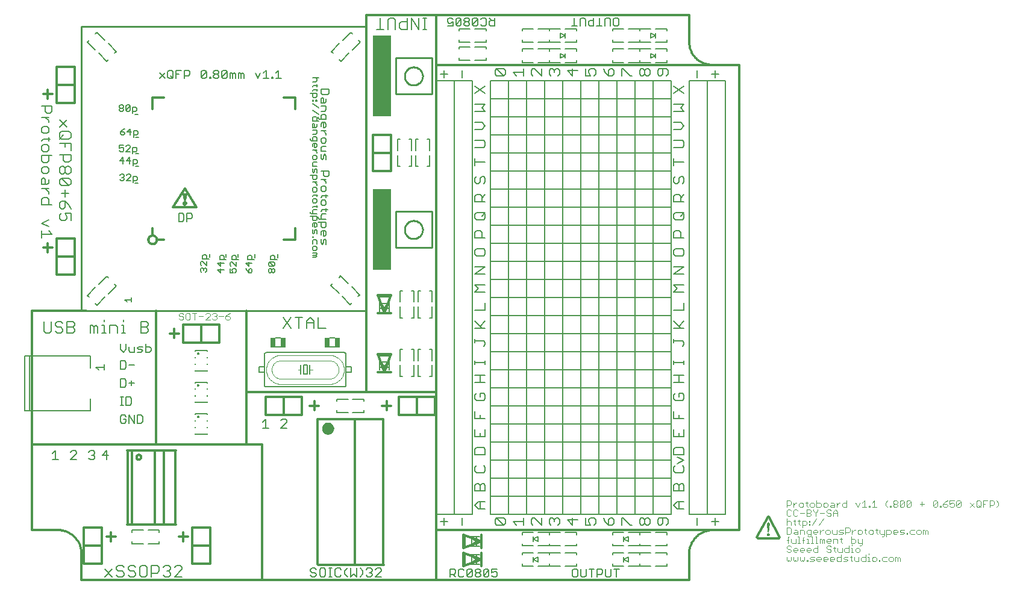
<source format=gto>
G75*
G70*
%OFA0B0*%
%FSLAX24Y24*%
%IPPOS*%
%LPD*%
%AMOC8*
5,1,8,0,0,1.08239X$1,22.5*
%
%ADD10C,0.0120*%
%ADD11C,0.0040*%
%ADD12C,0.0080*%
%ADD13C,0.0070*%
%ADD14C,0.0060*%
%ADD15C,0.0160*%
%ADD16C,0.0050*%
%ADD17C,0.0030*%
%ADD18C,0.0086*%
%ADD19R,0.1000X0.4500*%
%ADD20R,0.0079X0.0551*%
%ADD21R,0.0551X0.0079*%
%ADD22C,0.0020*%
%ADD23R,0.0256X0.0551*%
%ADD24C,0.0100*%
D10*
X007511Y003542D02*
X017511Y003542D01*
X027136Y003542D01*
X027136Y006292D01*
X042511Y006292D01*
X043886Y006292D01*
X043886Y032042D01*
X042386Y032042D01*
X027136Y032042D01*
X027136Y034792D01*
X023261Y034792D01*
X023261Y013917D01*
X027136Y013917D01*
X027136Y032042D01*
X027136Y034792D02*
X041136Y034792D01*
X041136Y033292D01*
X041138Y033224D01*
X041143Y033157D01*
X041152Y033090D01*
X041165Y033023D01*
X041182Y032958D01*
X041201Y032893D01*
X041225Y032829D01*
X041252Y032767D01*
X041282Y032706D01*
X041315Y032648D01*
X041351Y032591D01*
X041391Y032536D01*
X041433Y032483D01*
X041479Y032432D01*
X041526Y032385D01*
X041577Y032339D01*
X041630Y032297D01*
X041685Y032257D01*
X041742Y032221D01*
X041800Y032188D01*
X041861Y032158D01*
X041923Y032131D01*
X041987Y032107D01*
X042052Y032088D01*
X042117Y032071D01*
X042184Y032058D01*
X042251Y032049D01*
X042318Y032044D01*
X042386Y032042D01*
X024636Y028167D02*
X024636Y027167D01*
X023636Y027167D01*
X023636Y026167D01*
X024636Y026167D01*
X024636Y027167D01*
X023636Y027167D02*
X023636Y028167D01*
X024636Y028167D01*
X019323Y029598D02*
X019323Y030228D01*
X018693Y030228D01*
X012078Y030228D02*
X011449Y030228D01*
X011449Y029598D01*
X007136Y029917D02*
X007136Y030917D01*
X006136Y030917D01*
X006136Y029917D01*
X007136Y029917D01*
X005886Y030417D02*
X005386Y030417D01*
X005636Y030167D02*
X005636Y030667D01*
X006136Y030917D02*
X006136Y031917D01*
X007136Y031917D01*
X007136Y030917D01*
X013224Y025199D02*
X013864Y024176D01*
X012584Y024176D01*
X013224Y025199D01*
X013160Y024880D02*
X013288Y024880D01*
X013224Y024560D01*
X013160Y024880D01*
X013160Y024368D02*
X013162Y024383D01*
X013167Y024398D01*
X013176Y024410D01*
X013188Y024421D01*
X013201Y024428D01*
X013216Y024432D01*
X013232Y024432D01*
X013247Y024428D01*
X013260Y024421D01*
X013272Y024410D01*
X013281Y024398D01*
X013286Y024383D01*
X013288Y024368D01*
X013286Y024353D01*
X013281Y024338D01*
X013272Y024326D01*
X013260Y024315D01*
X013247Y024308D01*
X013232Y024304D01*
X013216Y024304D01*
X013201Y024308D01*
X013188Y024315D01*
X013176Y024326D01*
X013167Y024338D01*
X013162Y024353D01*
X013160Y024368D01*
X011449Y022984D02*
X011449Y022669D01*
X011213Y022354D02*
X011215Y022384D01*
X011221Y022414D01*
X011230Y022443D01*
X011243Y022470D01*
X011260Y022495D01*
X011279Y022518D01*
X011302Y022539D01*
X011327Y022556D01*
X011353Y022570D01*
X011382Y022580D01*
X011411Y022587D01*
X011441Y022590D01*
X011472Y022589D01*
X011502Y022584D01*
X011531Y022575D01*
X011558Y022563D01*
X011584Y022548D01*
X011608Y022529D01*
X011629Y022507D01*
X011647Y022483D01*
X011662Y022456D01*
X011673Y022428D01*
X011681Y022399D01*
X011685Y022369D01*
X011685Y022339D01*
X011681Y022309D01*
X011673Y022280D01*
X011662Y022252D01*
X011647Y022225D01*
X011629Y022201D01*
X011608Y022179D01*
X011584Y022160D01*
X011558Y022145D01*
X011531Y022133D01*
X011502Y022124D01*
X011472Y022119D01*
X011441Y022118D01*
X011411Y022121D01*
X011382Y022128D01*
X011353Y022138D01*
X011327Y022152D01*
X011302Y022169D01*
X011279Y022190D01*
X011260Y022213D01*
X011243Y022238D01*
X011230Y022265D01*
X011221Y022294D01*
X011215Y022324D01*
X011213Y022354D01*
X011763Y022354D02*
X012078Y022354D01*
X007136Y022417D02*
X007136Y021417D01*
X006136Y021417D01*
X006136Y020417D01*
X007136Y020417D01*
X007136Y021417D01*
X007136Y022417D02*
X006136Y022417D01*
X006136Y021417D01*
X005886Y021917D02*
X005386Y021917D01*
X005636Y021667D02*
X005636Y022167D01*
X004761Y018417D02*
X004761Y011042D01*
X004761Y006292D01*
X006136Y006292D01*
X006137Y006292D02*
X006208Y006293D01*
X006279Y006291D01*
X006350Y006284D01*
X006420Y006274D01*
X006490Y006260D01*
X006559Y006243D01*
X006627Y006221D01*
X006693Y006196D01*
X006759Y006168D01*
X006822Y006136D01*
X006884Y006100D01*
X006944Y006062D01*
X007001Y006020D01*
X007056Y005975D01*
X007109Y005927D01*
X007159Y005876D01*
X007206Y005823D01*
X007250Y005767D01*
X007291Y005709D01*
X007329Y005649D01*
X007364Y005587D01*
X007395Y005523D01*
X007423Y005457D01*
X007447Y005390D01*
X007467Y005322D01*
X007484Y005253D01*
X007497Y005183D01*
X007506Y005112D01*
X007512Y005042D01*
X007511Y005042D02*
X007511Y003542D01*
X007636Y004417D02*
X007636Y005417D01*
X008636Y005417D01*
X008636Y006417D01*
X007636Y006417D01*
X007636Y005417D01*
X008636Y005417D02*
X008636Y004417D01*
X007636Y004417D01*
X008886Y005917D02*
X009386Y005917D01*
X009136Y005667D02*
X009136Y006167D01*
X010040Y006614D02*
X012727Y006614D01*
X012688Y006622D02*
X012688Y007622D01*
X012688Y007646D02*
X012688Y008646D01*
X012688Y008670D02*
X012688Y009670D01*
X012688Y009693D02*
X012688Y010693D01*
X012727Y010708D02*
X010040Y010708D01*
X010063Y010693D02*
X010063Y009693D01*
X010063Y009670D02*
X010063Y008670D01*
X010063Y008646D02*
X010063Y007646D01*
X010063Y007622D02*
X010063Y006622D01*
X010313Y006622D02*
X010313Y007622D01*
X010313Y007646D02*
X010313Y008646D01*
X010313Y008670D02*
X010313Y009670D01*
X010313Y009693D02*
X010313Y010693D01*
X010552Y010324D02*
X010554Y010346D01*
X010560Y010368D01*
X010569Y010388D01*
X010582Y010406D01*
X010598Y010422D01*
X010616Y010435D01*
X010636Y010444D01*
X010658Y010450D01*
X010680Y010452D01*
X010702Y010450D01*
X010724Y010444D01*
X010744Y010435D01*
X010762Y010422D01*
X010778Y010406D01*
X010791Y010388D01*
X010800Y010368D01*
X010806Y010346D01*
X010808Y010324D01*
X010806Y010302D01*
X010800Y010280D01*
X010791Y010260D01*
X010778Y010242D01*
X010762Y010226D01*
X010744Y010213D01*
X010724Y010204D01*
X010702Y010198D01*
X010680Y010196D01*
X010658Y010198D01*
X010636Y010204D01*
X010616Y010213D01*
X010598Y010226D01*
X010582Y010242D01*
X010569Y010260D01*
X010560Y010280D01*
X010554Y010302D01*
X010552Y010324D01*
X011563Y010693D02*
X011563Y009693D01*
X011563Y009670D02*
X011563Y008670D01*
X011563Y008646D02*
X011563Y007646D01*
X011563Y007622D02*
X011563Y006622D01*
X012063Y006622D02*
X012063Y007622D01*
X012063Y007646D02*
X012063Y008646D01*
X012063Y008670D02*
X012063Y009670D01*
X012063Y009693D02*
X012063Y010693D01*
X011636Y011042D02*
X011636Y018417D01*
X012636Y017417D02*
X012636Y016917D01*
X012386Y017167D02*
X012886Y017167D01*
X013136Y017667D02*
X013136Y016667D01*
X014136Y016667D01*
X014136Y017667D01*
X013136Y017667D01*
X014136Y017667D02*
X015136Y017667D01*
X015136Y016667D01*
X014136Y016667D01*
X016636Y018417D02*
X016636Y013917D01*
X016636Y011042D01*
X017511Y011042D01*
X017511Y003542D01*
X014636Y004417D02*
X014636Y005417D01*
X013636Y005417D01*
X013636Y004417D01*
X014636Y004417D01*
X014636Y005417D02*
X014636Y006417D01*
X013636Y006417D01*
X013636Y005417D01*
X013386Y005917D02*
X012886Y005917D01*
X013136Y005667D02*
X013136Y006167D01*
X011636Y011042D02*
X016636Y011042D01*
X017705Y012667D02*
X018705Y012667D01*
X018705Y013667D01*
X017705Y013667D01*
X017705Y012667D01*
X018705Y012667D02*
X019705Y012667D01*
X019705Y013667D01*
X018705Y013667D01*
X020136Y013167D02*
X020636Y013167D01*
X020386Y013417D02*
X020386Y012917D01*
X020575Y012440D02*
X020575Y011393D01*
X020575Y011440D02*
X020575Y010393D01*
X020575Y010440D02*
X020575Y009393D01*
X020575Y009440D02*
X020575Y008393D01*
X020575Y008440D02*
X020575Y007393D01*
X020575Y007440D02*
X020575Y006393D01*
X020575Y006440D02*
X020575Y005393D01*
X020575Y005440D02*
X020575Y004393D01*
X020589Y004352D02*
X024221Y004352D01*
X024197Y004393D02*
X024197Y005440D01*
X024197Y005393D02*
X024197Y006440D01*
X024197Y006393D02*
X024197Y007440D01*
X024197Y007393D02*
X024197Y008440D01*
X024197Y008393D02*
X024197Y009440D01*
X024197Y009393D02*
X024197Y010440D01*
X024197Y010393D02*
X024197Y011440D01*
X024197Y011393D02*
X024197Y012440D01*
X024136Y012417D02*
X020636Y012417D01*
X022636Y012417D02*
X022636Y011417D01*
X022636Y010417D01*
X022636Y009417D01*
X022636Y008417D01*
X022636Y007417D01*
X022636Y006417D01*
X022636Y005417D01*
X022636Y004417D01*
X027136Y003542D02*
X041136Y003542D01*
X041136Y005042D01*
X041136Y005041D02*
X041142Y005112D01*
X041151Y005183D01*
X041164Y005253D01*
X041181Y005322D01*
X041201Y005390D01*
X041225Y005457D01*
X041253Y005523D01*
X041284Y005587D01*
X041319Y005649D01*
X041357Y005709D01*
X041398Y005767D01*
X041442Y005823D01*
X041489Y005876D01*
X041539Y005927D01*
X041592Y005975D01*
X041647Y006020D01*
X041704Y006062D01*
X041764Y006100D01*
X041826Y006136D01*
X041889Y006168D01*
X041955Y006196D01*
X042021Y006221D01*
X042089Y006243D01*
X042158Y006260D01*
X042228Y006274D01*
X042298Y006284D01*
X042369Y006291D01*
X042440Y006293D01*
X042512Y006292D01*
X044871Y005894D02*
X045487Y007026D01*
X045536Y007026D01*
X046151Y005894D01*
X046102Y005845D01*
X044921Y005845D01*
X044871Y005894D01*
X029636Y006042D02*
X029636Y005667D01*
X028636Y005292D01*
X028636Y006042D01*
X029636Y005667D01*
X029636Y005292D01*
X029636Y005042D02*
X029636Y004667D01*
X028636Y004292D01*
X028636Y005042D01*
X029636Y004667D01*
X029636Y004292D01*
X027136Y006292D02*
X027136Y013917D01*
X027067Y013667D02*
X026067Y013667D01*
X026067Y012667D01*
X027067Y012667D01*
X027067Y013667D01*
X026067Y013667D02*
X025067Y013667D01*
X025067Y012667D01*
X026067Y012667D01*
X024636Y013167D02*
X024136Y013167D01*
X024386Y013417D02*
X024386Y012917D01*
X023261Y013917D02*
X016636Y013917D01*
X011636Y011042D02*
X004761Y011042D01*
X004761Y018417D02*
X007761Y018417D01*
X018693Y022354D02*
X019323Y022354D01*
X019323Y022984D01*
X023886Y019292D02*
X024636Y019292D01*
X024261Y018292D01*
X023886Y019292D01*
X023886Y018292D02*
X024261Y018292D01*
X024636Y018292D01*
X024636Y016042D02*
X023886Y016042D01*
X024261Y015042D01*
X024636Y016042D01*
X024636Y015042D02*
X024261Y015042D01*
X023886Y015042D01*
D11*
X015725Y017997D02*
X015725Y018057D01*
X015664Y018117D01*
X015484Y018117D01*
X015484Y017997D01*
X015544Y017937D01*
X015664Y017937D01*
X015725Y017997D01*
X015604Y018237D02*
X015484Y018117D01*
X015356Y018117D02*
X015116Y018117D01*
X014988Y018177D02*
X014928Y018117D01*
X014988Y018057D01*
X014988Y017997D01*
X014928Y017937D01*
X014808Y017937D01*
X014748Y017997D01*
X014620Y017937D02*
X014379Y017937D01*
X014620Y018177D01*
X014620Y018237D01*
X014560Y018297D01*
X014439Y018297D01*
X014379Y018237D01*
X014251Y018117D02*
X014011Y018117D01*
X013883Y018297D02*
X013643Y018297D01*
X013763Y018297D02*
X013763Y017937D01*
X013515Y017997D02*
X013515Y018237D01*
X013455Y018297D01*
X013335Y018297D01*
X013275Y018237D01*
X013275Y017997D01*
X013335Y017937D01*
X013455Y017937D01*
X013515Y017997D01*
X013146Y017997D02*
X013146Y018057D01*
X013086Y018117D01*
X012966Y018117D01*
X012906Y018177D01*
X012906Y018237D01*
X012966Y018297D01*
X013086Y018297D01*
X013146Y018237D01*
X013146Y017997D02*
X013086Y017937D01*
X012966Y017937D01*
X012906Y017997D01*
X014748Y018237D02*
X014808Y018297D01*
X014928Y018297D01*
X014988Y018237D01*
X014988Y018177D01*
X014928Y018117D02*
X014868Y018117D01*
X015604Y018237D02*
X015725Y018297D01*
D12*
X018676Y018077D02*
X019090Y017457D01*
X018676Y017457D02*
X019090Y018077D01*
X019321Y018077D02*
X019734Y018077D01*
X019528Y018077D02*
X019528Y017457D01*
X019965Y017457D02*
X019965Y017870D01*
X020172Y018077D01*
X020379Y017870D01*
X020379Y017457D01*
X020610Y017457D02*
X021023Y017457D01*
X020610Y017457D02*
X020610Y018077D01*
X020379Y017767D02*
X019965Y017767D01*
X011211Y017724D02*
X011211Y017620D01*
X011108Y017517D01*
X010797Y017517D01*
X010797Y017207D02*
X010797Y017827D01*
X011108Y017827D01*
X011211Y017724D01*
X011108Y017517D02*
X011211Y017414D01*
X011211Y017310D01*
X011108Y017207D01*
X010797Y017207D01*
X009930Y017207D02*
X009723Y017207D01*
X009826Y017207D02*
X009826Y017620D01*
X009723Y017620D01*
X009826Y017827D02*
X009826Y017931D01*
X009492Y017517D02*
X009492Y017207D01*
X009492Y017517D02*
X009389Y017620D01*
X009079Y017620D01*
X009079Y017207D01*
X008856Y017207D02*
X008649Y017207D01*
X008752Y017207D02*
X008752Y017620D01*
X008649Y017620D01*
X008752Y017827D02*
X008752Y017931D01*
X008418Y017517D02*
X008418Y017207D01*
X008211Y017207D02*
X008211Y017517D01*
X008315Y017620D01*
X008418Y017517D01*
X008211Y017517D02*
X008108Y017620D01*
X008004Y017620D01*
X008004Y017207D01*
X007129Y017310D02*
X007026Y017207D01*
X006715Y017207D01*
X006715Y017827D01*
X007026Y017827D01*
X007129Y017724D01*
X007129Y017620D01*
X007026Y017517D01*
X006715Y017517D01*
X006484Y017414D02*
X006484Y017310D01*
X006381Y017207D01*
X006174Y017207D01*
X006071Y017310D01*
X005840Y017310D02*
X005736Y017207D01*
X005530Y017207D01*
X005426Y017310D01*
X005426Y017827D01*
X005840Y017827D02*
X005840Y017310D01*
X006071Y017620D02*
X006071Y017724D01*
X006174Y017827D01*
X006381Y017827D01*
X006484Y017724D01*
X006381Y017517D02*
X006484Y017414D01*
X006381Y017517D02*
X006174Y017517D01*
X006071Y017620D01*
X007026Y017517D02*
X007129Y017414D01*
X007129Y017310D01*
X005301Y022477D02*
X005301Y022864D01*
X005301Y022671D02*
X005882Y022671D01*
X005688Y022864D01*
X005688Y023085D02*
X005301Y023279D01*
X005688Y023472D01*
X006301Y023535D02*
X006301Y023742D01*
X006405Y023845D01*
X006611Y023845D02*
X006715Y023639D01*
X006715Y023535D01*
X006611Y023432D01*
X006405Y023432D01*
X006301Y023535D01*
X006611Y023845D02*
X006922Y023845D01*
X006922Y023432D01*
X006922Y024076D02*
X006818Y024283D01*
X006611Y024490D01*
X006611Y024180D01*
X006508Y024076D01*
X006405Y024076D01*
X006301Y024180D01*
X006301Y024387D01*
X006405Y024490D01*
X006611Y024490D01*
X006611Y024721D02*
X006611Y025135D01*
X006818Y024928D02*
X006405Y024928D01*
X006405Y025365D02*
X006301Y025469D01*
X006301Y025676D01*
X006405Y025779D01*
X006818Y025365D01*
X006405Y025365D01*
X006818Y025365D02*
X006922Y025469D01*
X006922Y025676D01*
X006818Y025779D01*
X006405Y025779D01*
X006405Y026010D02*
X006301Y026113D01*
X006301Y026320D01*
X006405Y026424D01*
X006508Y026424D01*
X006611Y026320D01*
X006611Y026113D01*
X006508Y026010D01*
X006405Y026010D01*
X006611Y026113D02*
X006715Y026010D01*
X006818Y026010D01*
X006922Y026113D01*
X006922Y026320D01*
X006818Y026424D01*
X006715Y026424D01*
X006611Y026320D01*
X006611Y026654D02*
X006508Y026758D01*
X006508Y027068D01*
X006301Y027068D02*
X006922Y027068D01*
X006922Y026758D01*
X006818Y026654D01*
X006611Y026654D01*
X006922Y027299D02*
X006922Y027713D01*
X006301Y027713D01*
X006301Y027944D02*
X006508Y028150D01*
X006405Y027944D02*
X006301Y028047D01*
X006301Y028254D01*
X006405Y028357D01*
X006818Y028357D01*
X006922Y028254D01*
X006922Y028047D01*
X006818Y027944D01*
X006405Y027944D01*
X006611Y027713D02*
X006611Y027506D01*
X005882Y027017D02*
X005301Y027017D01*
X005301Y026727D01*
X005398Y026630D01*
X005591Y026630D01*
X005688Y026727D01*
X005688Y027017D01*
X005591Y027238D02*
X005688Y027334D01*
X005688Y027528D01*
X005591Y027625D01*
X005398Y027625D01*
X005301Y027528D01*
X005301Y027334D01*
X005398Y027238D01*
X005591Y027238D01*
X005688Y027836D02*
X005688Y028030D01*
X005785Y027933D02*
X005398Y027933D01*
X005301Y027836D01*
X005398Y028251D02*
X005591Y028251D01*
X005688Y028347D01*
X005688Y028541D01*
X005591Y028638D01*
X005398Y028638D01*
X005301Y028541D01*
X005301Y028347D01*
X005398Y028251D01*
X005688Y028854D02*
X005688Y028951D01*
X005495Y029144D01*
X005688Y029144D02*
X005301Y029144D01*
X005591Y029365D02*
X005495Y029461D01*
X005495Y029752D01*
X005301Y029752D02*
X005882Y029752D01*
X005882Y029461D01*
X005785Y029365D01*
X005591Y029365D01*
X006301Y029002D02*
X006715Y028588D01*
X006715Y029002D02*
X006301Y028588D01*
X005591Y026409D02*
X005398Y026409D01*
X005301Y026313D01*
X005301Y026119D01*
X005398Y026022D01*
X005591Y026022D01*
X005688Y026119D01*
X005688Y026313D01*
X005591Y026409D01*
X005398Y025802D02*
X005495Y025705D01*
X005495Y025415D01*
X005591Y025415D02*
X005301Y025415D01*
X005301Y025705D01*
X005398Y025802D01*
X005688Y025705D02*
X005688Y025511D01*
X005591Y025415D01*
X005495Y025194D02*
X005688Y025000D01*
X005688Y024904D01*
X005591Y024687D02*
X005688Y024591D01*
X005688Y024300D01*
X005882Y024300D02*
X005301Y024300D01*
X005301Y024591D01*
X005398Y024687D01*
X005591Y024687D01*
X005688Y025194D02*
X005301Y025194D01*
X023819Y034006D02*
X024233Y034006D01*
X024026Y034006D02*
X024026Y034627D01*
X024464Y034523D02*
X024464Y034006D01*
X024877Y034006D02*
X024877Y034523D01*
X024774Y034627D01*
X024567Y034627D01*
X024464Y034523D01*
X025108Y034316D02*
X025212Y034420D01*
X025522Y034420D01*
X025522Y034627D02*
X025522Y034006D01*
X025212Y034006D01*
X025108Y034110D01*
X025108Y034316D01*
X025753Y034006D02*
X025753Y034627D01*
X026167Y034006D01*
X026167Y034627D01*
X026389Y034627D02*
X026596Y034627D01*
X026493Y034627D02*
X026493Y034006D01*
X026596Y034006D02*
X026389Y034006D01*
X012979Y004327D02*
X012772Y004327D01*
X012668Y004224D01*
X012438Y004224D02*
X012438Y004120D01*
X012334Y004017D01*
X012438Y003914D01*
X012438Y003810D01*
X012334Y003707D01*
X012127Y003707D01*
X012024Y003810D01*
X012231Y004017D02*
X012334Y004017D01*
X012438Y004224D02*
X012334Y004327D01*
X012127Y004327D01*
X012024Y004224D01*
X011793Y004224D02*
X011793Y004017D01*
X011690Y003914D01*
X011379Y003914D01*
X011379Y003707D02*
X011379Y004327D01*
X011690Y004327D01*
X011793Y004224D01*
X011148Y004224D02*
X011148Y003810D01*
X011045Y003707D01*
X010838Y003707D01*
X010735Y003810D01*
X010735Y004224D01*
X010838Y004327D01*
X011045Y004327D01*
X011148Y004224D01*
X010504Y004224D02*
X010401Y004327D01*
X010194Y004327D01*
X010090Y004224D01*
X010090Y004120D01*
X010194Y004017D01*
X010401Y004017D01*
X010504Y003914D01*
X010504Y003810D01*
X010401Y003707D01*
X010194Y003707D01*
X010090Y003810D01*
X009859Y003810D02*
X009756Y003707D01*
X009549Y003707D01*
X009446Y003810D01*
X009549Y004017D02*
X009756Y004017D01*
X009859Y003914D01*
X009859Y003810D01*
X009549Y004017D02*
X009446Y004120D01*
X009446Y004224D01*
X009549Y004327D01*
X009756Y004327D01*
X009859Y004224D01*
X009215Y004120D02*
X008801Y003707D01*
X008801Y004120D02*
X009215Y003707D01*
X012668Y003707D02*
X013082Y004120D01*
X013082Y004224D01*
X012979Y004327D01*
X013082Y003707D02*
X012668Y003707D01*
D13*
X020171Y003783D02*
X020253Y003702D01*
X020416Y003702D01*
X020498Y003783D01*
X020498Y003865D01*
X020416Y003947D01*
X020253Y003947D01*
X020171Y004029D01*
X020171Y004110D01*
X020253Y004192D01*
X020416Y004192D01*
X020498Y004110D01*
X020687Y004110D02*
X020769Y004192D01*
X020932Y004192D01*
X021014Y004110D01*
X021014Y003783D01*
X020932Y003702D01*
X020769Y003702D01*
X020687Y003783D01*
X020687Y004110D01*
X021202Y004192D02*
X021366Y004192D01*
X021284Y004192D02*
X021284Y003702D01*
X021202Y003702D02*
X021366Y003702D01*
X021546Y003783D02*
X021628Y003702D01*
X021791Y003702D01*
X021873Y003783D01*
X022062Y003865D02*
X022062Y004029D01*
X022225Y004192D01*
X022406Y004192D02*
X022406Y003702D01*
X022569Y003865D01*
X022733Y003702D01*
X022733Y004192D01*
X022921Y004192D02*
X023085Y004029D01*
X023085Y003865D01*
X022921Y003702D01*
X023265Y003783D02*
X023347Y003702D01*
X023510Y003702D01*
X023592Y003783D01*
X023592Y003865D01*
X023510Y003947D01*
X023428Y003947D01*
X023510Y003947D02*
X023592Y004029D01*
X023592Y004110D01*
X023510Y004192D01*
X023347Y004192D01*
X023265Y004110D01*
X023781Y004110D02*
X023862Y004192D01*
X024026Y004192D01*
X024108Y004110D01*
X024108Y004029D01*
X023781Y003702D01*
X024108Y003702D01*
X022225Y003702D02*
X022062Y003865D01*
X021873Y004110D02*
X021791Y004192D01*
X021628Y004192D01*
X021546Y004110D01*
X021546Y003783D01*
X027359Y006774D02*
X027753Y006774D01*
X027556Y006970D02*
X027556Y006577D01*
X028556Y006577D02*
X028556Y006970D01*
X029261Y007652D02*
X029458Y007849D01*
X029851Y007849D01*
X029556Y007849D02*
X029556Y007456D01*
X029458Y007456D02*
X029261Y007652D01*
X029458Y007456D02*
X029851Y007456D01*
X030386Y006865D02*
X030484Y006963D01*
X030878Y006570D01*
X030976Y006668D01*
X030976Y006865D01*
X030878Y006963D01*
X030484Y006963D01*
X030386Y006865D02*
X030386Y006668D01*
X030484Y006570D01*
X030878Y006570D01*
X031386Y006767D02*
X031976Y006767D01*
X031976Y006963D02*
X031976Y006570D01*
X031583Y006570D02*
X031386Y006767D01*
X032386Y006865D02*
X032386Y006668D01*
X032484Y006570D01*
X032386Y006865D02*
X032484Y006963D01*
X032583Y006963D01*
X032976Y006570D01*
X032976Y006963D01*
X033386Y006865D02*
X033484Y006963D01*
X033583Y006963D01*
X033681Y006865D01*
X033779Y006963D01*
X033878Y006963D01*
X033976Y006865D01*
X033976Y006668D01*
X033878Y006570D01*
X033681Y006767D02*
X033681Y006865D01*
X033386Y006865D02*
X033386Y006668D01*
X033484Y006570D01*
X034386Y006865D02*
X034681Y006570D01*
X034681Y006963D01*
X034976Y006865D02*
X034386Y006865D01*
X035386Y006963D02*
X035386Y006570D01*
X035681Y006570D01*
X035583Y006767D01*
X035583Y006865D01*
X035681Y006963D01*
X035878Y006963D01*
X035976Y006865D01*
X035976Y006668D01*
X035878Y006570D01*
X036484Y006767D02*
X036681Y006570D01*
X036681Y006865D01*
X036779Y006963D01*
X036878Y006963D01*
X036976Y006865D01*
X036976Y006668D01*
X036878Y006570D01*
X036681Y006570D01*
X036484Y006767D02*
X036386Y006963D01*
X037386Y006963D02*
X037386Y006570D01*
X037386Y006963D02*
X037484Y006963D01*
X037878Y006570D01*
X037976Y006570D01*
X038386Y006668D02*
X038386Y006865D01*
X038484Y006963D01*
X038583Y006963D01*
X038681Y006865D01*
X038681Y006668D01*
X038583Y006570D01*
X038484Y006570D01*
X038386Y006668D01*
X038681Y006668D02*
X038779Y006570D01*
X038878Y006570D01*
X038976Y006668D01*
X038976Y006865D01*
X038878Y006963D01*
X038779Y006963D01*
X038681Y006865D01*
X039386Y006865D02*
X039386Y006668D01*
X039484Y006570D01*
X039583Y006570D01*
X039681Y006668D01*
X039681Y006963D01*
X039484Y006963D02*
X039386Y006865D01*
X039484Y006963D02*
X039878Y006963D01*
X039976Y006865D01*
X039976Y006668D01*
X039878Y006570D01*
X040458Y007456D02*
X040261Y007652D01*
X040458Y007849D01*
X040851Y007849D01*
X040556Y007849D02*
X040556Y007456D01*
X040458Y007456D02*
X040851Y007456D01*
X041556Y006970D02*
X041556Y006577D01*
X042359Y006774D02*
X042753Y006774D01*
X042556Y006970D02*
X042556Y006577D01*
X040851Y008456D02*
X040261Y008456D01*
X040261Y008751D01*
X040359Y008849D01*
X040458Y008849D01*
X040556Y008751D01*
X040556Y008456D01*
X040556Y008751D02*
X040654Y008849D01*
X040753Y008849D01*
X040851Y008751D01*
X040851Y008456D01*
X040753Y009456D02*
X040359Y009456D01*
X040261Y009554D01*
X040261Y009751D01*
X040359Y009849D01*
X040458Y009952D02*
X040851Y010149D01*
X040458Y010345D01*
X040261Y010456D02*
X040851Y010456D01*
X040851Y010751D01*
X040753Y010849D01*
X040359Y010849D01*
X040261Y010751D01*
X040261Y010456D01*
X040753Y009849D02*
X040851Y009751D01*
X040851Y009554D01*
X040753Y009456D01*
X040851Y011456D02*
X040261Y011456D01*
X040261Y011849D01*
X040556Y011652D02*
X040556Y011456D01*
X040851Y011456D02*
X040851Y011849D01*
X040851Y012456D02*
X040261Y012456D01*
X040261Y012849D01*
X040556Y012652D02*
X040556Y012456D01*
X040359Y013456D02*
X040753Y013456D01*
X040851Y013554D01*
X040851Y013751D01*
X040753Y013849D01*
X040556Y013849D01*
X040556Y013652D01*
X040359Y013456D02*
X040261Y013554D01*
X040261Y013751D01*
X040359Y013849D01*
X040261Y014456D02*
X040851Y014456D01*
X040556Y014456D02*
X040556Y014849D01*
X040261Y014849D02*
X040851Y014849D01*
X040851Y015456D02*
X040851Y015652D01*
X040851Y015554D02*
X040261Y015554D01*
X040261Y015456D02*
X040261Y015652D01*
X040753Y016456D02*
X040851Y016554D01*
X040851Y016652D01*
X040753Y016751D01*
X040261Y016751D01*
X040261Y016849D02*
X040261Y016652D01*
X040261Y017456D02*
X040851Y017456D01*
X040654Y017456D02*
X040261Y017849D01*
X040556Y017554D02*
X040851Y017849D01*
X040851Y018456D02*
X040261Y018456D01*
X040851Y018456D02*
X040851Y018849D01*
X040851Y019456D02*
X040261Y019456D01*
X040458Y019652D01*
X040261Y019849D01*
X040851Y019849D01*
X040851Y020456D02*
X040261Y020456D01*
X040851Y020849D01*
X040261Y020849D01*
X040359Y021456D02*
X040753Y021456D01*
X040851Y021554D01*
X040851Y021751D01*
X040753Y021849D01*
X040359Y021849D01*
X040261Y021751D01*
X040261Y021554D01*
X040359Y021456D01*
X040261Y022456D02*
X040261Y022751D01*
X040359Y022849D01*
X040556Y022849D01*
X040654Y022751D01*
X040654Y022456D01*
X040851Y022456D02*
X040261Y022456D01*
X040359Y023456D02*
X040261Y023554D01*
X040261Y023751D01*
X040359Y023849D01*
X040753Y023849D01*
X040851Y023751D01*
X040851Y023554D01*
X040753Y023456D01*
X040359Y023456D01*
X040654Y023652D02*
X040851Y023849D01*
X040851Y024456D02*
X040261Y024456D01*
X040261Y024751D01*
X040359Y024849D01*
X040556Y024849D01*
X040654Y024751D01*
X040654Y024456D01*
X040654Y024652D02*
X040851Y024849D01*
X040753Y025456D02*
X040851Y025554D01*
X040851Y025751D01*
X040753Y025849D01*
X040654Y025849D01*
X040556Y025751D01*
X040556Y025554D01*
X040458Y025456D01*
X040359Y025456D01*
X040261Y025554D01*
X040261Y025751D01*
X040359Y025849D01*
X040261Y026456D02*
X040261Y026849D01*
X040261Y026652D02*
X040851Y026652D01*
X040753Y027456D02*
X040261Y027456D01*
X040261Y027849D02*
X040753Y027849D01*
X040851Y027751D01*
X040851Y027554D01*
X040753Y027456D01*
X040654Y028456D02*
X040261Y028456D01*
X040261Y028849D02*
X040654Y028849D01*
X040851Y028652D01*
X040654Y028456D01*
X040851Y029456D02*
X040261Y029456D01*
X040261Y029849D02*
X040851Y029849D01*
X040654Y029652D01*
X040851Y029456D01*
X040851Y030456D02*
X040261Y030849D01*
X040261Y030456D02*
X040851Y030849D01*
X041556Y031327D02*
X041556Y031720D01*
X042359Y031524D02*
X042753Y031524D01*
X042556Y031720D02*
X042556Y031327D01*
X039976Y031542D02*
X039878Y031444D01*
X039976Y031542D02*
X039976Y031739D01*
X039878Y031837D01*
X039484Y031837D01*
X039386Y031739D01*
X039386Y031542D01*
X039484Y031444D01*
X039583Y031444D01*
X039681Y031542D01*
X039681Y031837D01*
X038976Y031739D02*
X038976Y031542D01*
X038878Y031444D01*
X038779Y031444D01*
X038681Y031542D01*
X038681Y031739D01*
X038779Y031837D01*
X038878Y031837D01*
X038976Y031739D01*
X038681Y031739D02*
X038583Y031837D01*
X038484Y031837D01*
X038386Y031739D01*
X038386Y031542D01*
X038484Y031444D01*
X038583Y031444D01*
X038681Y031542D01*
X037976Y031444D02*
X037878Y031444D01*
X037484Y031837D01*
X037386Y031837D01*
X037386Y031444D01*
X036976Y031542D02*
X036976Y031739D01*
X036878Y031837D01*
X036779Y031837D01*
X036681Y031739D01*
X036681Y031444D01*
X036878Y031444D01*
X036976Y031542D01*
X036681Y031444D02*
X036484Y031641D01*
X036386Y031837D01*
X035976Y031739D02*
X035976Y031542D01*
X035878Y031444D01*
X035681Y031444D02*
X035583Y031641D01*
X035583Y031739D01*
X035681Y031837D01*
X035878Y031837D01*
X035976Y031739D01*
X035681Y031444D02*
X035386Y031444D01*
X035386Y031837D01*
X034976Y031739D02*
X034386Y031739D01*
X034681Y031444D01*
X034681Y031837D01*
X033976Y031739D02*
X033976Y031542D01*
X033878Y031444D01*
X033681Y031641D02*
X033681Y031739D01*
X033779Y031837D01*
X033878Y031837D01*
X033976Y031739D01*
X033681Y031739D02*
X033583Y031837D01*
X033484Y031837D01*
X033386Y031739D01*
X033386Y031542D01*
X033484Y031444D01*
X032976Y031444D02*
X032976Y031837D01*
X032976Y031444D02*
X032583Y031837D01*
X032484Y031837D01*
X032386Y031739D01*
X032386Y031542D01*
X032484Y031444D01*
X031976Y031444D02*
X031976Y031837D01*
X031976Y031641D02*
X031386Y031641D01*
X031583Y031444D01*
X030976Y031542D02*
X030878Y031444D01*
X030484Y031837D01*
X030878Y031837D01*
X030976Y031739D01*
X030976Y031542D01*
X030878Y031444D02*
X030484Y031444D01*
X030386Y031542D01*
X030386Y031739D01*
X030484Y031837D01*
X029851Y030849D02*
X029261Y030456D01*
X029261Y030849D02*
X029851Y030456D01*
X029851Y029849D02*
X029261Y029849D01*
X029261Y029456D02*
X029851Y029456D01*
X029654Y029652D01*
X029851Y029849D01*
X029654Y028849D02*
X029261Y028849D01*
X029261Y028456D02*
X029654Y028456D01*
X029851Y028652D01*
X029654Y028849D01*
X029753Y027849D02*
X029261Y027849D01*
X029261Y027456D02*
X029753Y027456D01*
X029851Y027554D01*
X029851Y027751D01*
X029753Y027849D01*
X029261Y026849D02*
X029261Y026456D01*
X029261Y026652D02*
X029851Y026652D01*
X029753Y025849D02*
X029851Y025751D01*
X029851Y025554D01*
X029753Y025456D01*
X029556Y025554D02*
X029458Y025456D01*
X029359Y025456D01*
X029261Y025554D01*
X029261Y025751D01*
X029359Y025849D01*
X029556Y025751D02*
X029654Y025849D01*
X029753Y025849D01*
X029556Y025751D02*
X029556Y025554D01*
X029556Y024849D02*
X029654Y024751D01*
X029654Y024456D01*
X029654Y024652D02*
X029851Y024849D01*
X029556Y024849D02*
X029359Y024849D01*
X029261Y024751D01*
X029261Y024456D01*
X029851Y024456D01*
X029851Y023849D02*
X029654Y023652D01*
X029753Y023456D02*
X029851Y023554D01*
X029851Y023751D01*
X029753Y023849D01*
X029359Y023849D01*
X029261Y023751D01*
X029261Y023554D01*
X029359Y023456D01*
X029753Y023456D01*
X029556Y022849D02*
X029654Y022751D01*
X029654Y022456D01*
X029851Y022456D02*
X029261Y022456D01*
X029261Y022751D01*
X029359Y022849D01*
X029556Y022849D01*
X029359Y021849D02*
X029261Y021751D01*
X029261Y021554D01*
X029359Y021456D01*
X029753Y021456D01*
X029851Y021554D01*
X029851Y021751D01*
X029753Y021849D01*
X029359Y021849D01*
X029261Y020849D02*
X029851Y020849D01*
X029261Y020456D01*
X029851Y020456D01*
X029851Y019849D02*
X029261Y019849D01*
X029458Y019652D01*
X029261Y019456D01*
X029851Y019456D01*
X029851Y018849D02*
X029851Y018456D01*
X029261Y018456D01*
X029261Y017849D02*
X029654Y017456D01*
X029556Y017554D02*
X029851Y017849D01*
X029851Y017456D02*
X029261Y017456D01*
X029261Y016849D02*
X029261Y016652D01*
X029261Y016751D02*
X029753Y016751D01*
X029851Y016652D01*
X029851Y016554D01*
X029753Y016456D01*
X029851Y015652D02*
X029851Y015456D01*
X029851Y015554D02*
X029261Y015554D01*
X029261Y015456D02*
X029261Y015652D01*
X029261Y014849D02*
X029851Y014849D01*
X029556Y014849D02*
X029556Y014456D01*
X029851Y014456D02*
X029261Y014456D01*
X029359Y013849D02*
X029261Y013751D01*
X029261Y013554D01*
X029359Y013456D01*
X029753Y013456D01*
X029851Y013554D01*
X029851Y013751D01*
X029753Y013849D01*
X029556Y013849D01*
X029556Y013652D01*
X029261Y012849D02*
X029261Y012456D01*
X029851Y012456D01*
X029556Y012456D02*
X029556Y012652D01*
X029261Y011849D02*
X029261Y011456D01*
X029851Y011456D01*
X029851Y011849D01*
X029556Y011652D02*
X029556Y011456D01*
X029359Y010849D02*
X029261Y010751D01*
X029261Y010456D01*
X029851Y010456D01*
X029851Y010751D01*
X029753Y010849D01*
X029359Y010849D01*
X029359Y009849D02*
X029261Y009751D01*
X029261Y009554D01*
X029359Y009456D01*
X029753Y009456D01*
X029851Y009554D01*
X029851Y009751D01*
X029753Y009849D01*
X029753Y008849D02*
X029851Y008751D01*
X029851Y008456D01*
X029261Y008456D01*
X029261Y008751D01*
X029359Y008849D01*
X029458Y008849D01*
X029556Y008751D01*
X029556Y008456D01*
X029556Y008751D02*
X029654Y008849D01*
X029753Y008849D01*
X028556Y031327D02*
X028556Y031720D01*
X027753Y031524D02*
X027359Y031524D01*
X027556Y031720D02*
X027556Y031327D01*
D14*
X027761Y034196D02*
X028054Y034196D01*
X028054Y034417D01*
X027908Y034343D01*
X027834Y034343D01*
X027761Y034417D01*
X027761Y034563D01*
X027834Y034637D01*
X027981Y034637D01*
X028054Y034563D01*
X028221Y034563D02*
X028221Y034270D01*
X028515Y034563D01*
X028441Y034637D01*
X028295Y034637D01*
X028221Y034563D01*
X028221Y034270D02*
X028295Y034196D01*
X028441Y034196D01*
X028515Y034270D01*
X028515Y034563D01*
X028682Y034563D02*
X028755Y034637D01*
X028902Y034637D01*
X028975Y034563D01*
X028975Y034490D01*
X028902Y034417D01*
X028755Y034417D01*
X028682Y034490D01*
X028682Y034563D01*
X028755Y034417D02*
X028682Y034343D01*
X028682Y034270D01*
X028755Y034196D01*
X028902Y034196D01*
X028975Y034270D01*
X028975Y034343D01*
X028902Y034417D01*
X029142Y034563D02*
X029142Y034270D01*
X029436Y034563D01*
X029362Y034637D01*
X029215Y034637D01*
X029142Y034563D01*
X029142Y034270D02*
X029215Y034196D01*
X029362Y034196D01*
X029436Y034270D01*
X029436Y034563D01*
X029602Y034563D02*
X029676Y034637D01*
X029822Y034637D01*
X029896Y034563D01*
X029896Y034270D01*
X029822Y034196D01*
X029676Y034196D01*
X029602Y034270D01*
X030063Y034270D02*
X030063Y034417D01*
X030136Y034490D01*
X030356Y034490D01*
X030209Y034490D02*
X030063Y034637D01*
X030356Y034637D02*
X030356Y034196D01*
X030136Y034196D01*
X030063Y034270D01*
X034636Y034196D02*
X034929Y034196D01*
X034783Y034196D02*
X034783Y034637D01*
X035096Y034563D02*
X035096Y034196D01*
X035390Y034196D02*
X035390Y034563D01*
X035316Y034637D01*
X035170Y034637D01*
X035096Y034563D01*
X035557Y034417D02*
X035630Y034490D01*
X035850Y034490D01*
X035850Y034637D02*
X035850Y034196D01*
X035630Y034196D01*
X035557Y034270D01*
X035557Y034417D01*
X036017Y034196D02*
X036311Y034196D01*
X036164Y034196D02*
X036164Y034637D01*
X036477Y034563D02*
X036477Y034196D01*
X036771Y034196D02*
X036771Y034563D01*
X036697Y034637D01*
X036551Y034637D01*
X036477Y034563D01*
X036938Y034563D02*
X036938Y034270D01*
X037011Y034196D01*
X037158Y034196D01*
X037231Y034270D01*
X037231Y034563D01*
X037158Y034637D01*
X037011Y034637D01*
X036938Y034563D01*
X021198Y030692D02*
X021198Y030472D01*
X021124Y030398D01*
X020831Y030398D01*
X020757Y030472D01*
X020757Y030692D01*
X021198Y030692D01*
X021051Y030158D02*
X021051Y030011D01*
X020978Y029938D01*
X020757Y029938D01*
X020757Y030158D01*
X020831Y030231D01*
X020904Y030158D01*
X020904Y029938D01*
X020757Y029771D02*
X021051Y029771D01*
X021051Y029551D01*
X020978Y029478D01*
X020757Y029478D01*
X020831Y029311D02*
X020757Y029237D01*
X020757Y029017D01*
X020684Y029017D02*
X021051Y029017D01*
X021051Y029237D01*
X020978Y029311D01*
X020831Y029311D01*
X020611Y029164D02*
X020611Y029091D01*
X020684Y029017D01*
X020831Y028850D02*
X020978Y028850D01*
X021051Y028777D01*
X021051Y028630D01*
X020978Y028557D01*
X020904Y028557D01*
X020904Y028850D01*
X020831Y028850D02*
X020757Y028777D01*
X020757Y028630D01*
X020757Y028390D02*
X021051Y028390D01*
X021051Y028243D02*
X021051Y028170D01*
X021051Y028243D02*
X020904Y028390D01*
X020831Y028006D02*
X020757Y027933D01*
X020757Y027786D01*
X020831Y027713D01*
X020978Y027713D01*
X021051Y027786D01*
X021051Y027933D01*
X020978Y028006D01*
X020831Y028006D01*
X020831Y027546D02*
X020757Y027473D01*
X020757Y027252D01*
X021051Y027252D01*
X020978Y027086D02*
X021051Y027012D01*
X021051Y026792D01*
X020904Y026866D02*
X020904Y027012D01*
X020978Y027086D01*
X020757Y027086D02*
X020757Y026866D01*
X020831Y026792D01*
X020904Y026866D01*
X020831Y027546D02*
X021051Y027546D01*
X020904Y026165D02*
X020904Y025945D01*
X020978Y025871D01*
X021124Y025871D01*
X021198Y025945D01*
X021198Y026165D01*
X020757Y026165D01*
X020757Y025705D02*
X021051Y025705D01*
X020904Y025705D02*
X021051Y025558D01*
X021051Y025484D01*
X020978Y025321D02*
X020831Y025321D01*
X020757Y025248D01*
X020757Y025101D01*
X020831Y025027D01*
X020978Y025027D01*
X021051Y025101D01*
X021051Y025248D01*
X020978Y025321D01*
X021051Y024861D02*
X021051Y024714D01*
X021124Y024787D02*
X020831Y024787D01*
X020757Y024714D01*
X020831Y024554D02*
X020757Y024480D01*
X020757Y024334D01*
X020831Y024260D01*
X020978Y024260D01*
X021051Y024334D01*
X021051Y024480D01*
X020978Y024554D01*
X020831Y024554D01*
X021051Y024093D02*
X021051Y023947D01*
X021124Y024020D02*
X020831Y024020D01*
X020757Y023947D01*
X020831Y023787D02*
X020757Y023713D01*
X020757Y023493D01*
X020684Y023493D02*
X020611Y023566D01*
X020611Y023640D01*
X020684Y023493D02*
X021051Y023493D01*
X021051Y023326D02*
X021051Y023106D01*
X020978Y023033D01*
X020831Y023033D01*
X020757Y023106D01*
X020757Y023326D01*
X020611Y023326D02*
X021051Y023326D01*
X021051Y023787D02*
X020831Y023787D01*
X020831Y022866D02*
X020978Y022866D01*
X021051Y022792D01*
X021051Y022646D01*
X020978Y022572D01*
X020904Y022572D01*
X020904Y022866D01*
X020831Y022866D02*
X020757Y022792D01*
X020757Y022646D01*
X020757Y022405D02*
X020757Y022185D01*
X020831Y022112D01*
X020904Y022185D01*
X020904Y022332D01*
X020978Y022405D01*
X021051Y022332D01*
X021051Y022112D01*
X018372Y021548D02*
X018372Y021364D01*
X017086Y021364D02*
X017086Y021548D01*
X016182Y021575D02*
X016182Y021392D01*
X015509Y021392D02*
X015509Y021575D01*
X014590Y021575D02*
X014590Y021392D01*
X013350Y023378D02*
X013350Y023818D01*
X013570Y023818D01*
X013644Y023745D01*
X013644Y023598D01*
X013570Y023525D01*
X013350Y023525D01*
X013184Y023451D02*
X013184Y023745D01*
X013110Y023818D01*
X012890Y023818D01*
X012890Y023378D01*
X013110Y023378D01*
X013184Y023451D01*
X010636Y025510D02*
X010453Y025510D01*
X010486Y026444D02*
X010670Y026444D01*
X010670Y027118D02*
X010486Y027118D01*
X010486Y028037D02*
X010670Y028037D01*
X010642Y029288D02*
X010459Y029288D01*
X011825Y031295D02*
X012119Y031589D01*
X012285Y031662D02*
X012359Y031736D01*
X012505Y031736D01*
X012579Y031662D01*
X012579Y031369D01*
X012505Y031295D01*
X012359Y031295D01*
X012285Y031369D01*
X012285Y031662D01*
X012432Y031442D02*
X012579Y031295D01*
X012746Y031295D02*
X012746Y031736D01*
X013039Y031736D01*
X013206Y031736D02*
X013426Y031736D01*
X013500Y031662D01*
X013500Y031516D01*
X013426Y031442D01*
X013206Y031442D01*
X013206Y031295D02*
X013206Y031736D01*
X012892Y031516D02*
X012746Y031516D01*
X012119Y031295D02*
X011825Y031589D01*
X014127Y031662D02*
X014127Y031369D01*
X014420Y031662D01*
X014420Y031369D01*
X014347Y031295D01*
X014200Y031295D01*
X014127Y031369D01*
X014127Y031662D02*
X014200Y031736D01*
X014347Y031736D01*
X014420Y031662D01*
X014587Y031369D02*
X014660Y031369D01*
X014660Y031295D01*
X014587Y031295D01*
X014587Y031369D01*
X014817Y031369D02*
X014817Y031442D01*
X014891Y031516D01*
X015037Y031516D01*
X015111Y031442D01*
X015111Y031369D01*
X015037Y031295D01*
X014891Y031295D01*
X014817Y031369D01*
X014891Y031516D02*
X014817Y031589D01*
X014817Y031662D01*
X014891Y031736D01*
X015037Y031736D01*
X015111Y031662D01*
X015111Y031589D01*
X015037Y031516D01*
X015278Y031662D02*
X015278Y031369D01*
X015571Y031662D01*
X015571Y031369D01*
X015498Y031295D01*
X015351Y031295D01*
X015278Y031369D01*
X015278Y031662D02*
X015351Y031736D01*
X015498Y031736D01*
X015571Y031662D01*
X015738Y031589D02*
X015811Y031589D01*
X015885Y031516D01*
X015958Y031589D01*
X016032Y031516D01*
X016032Y031295D01*
X015885Y031295D02*
X015885Y031516D01*
X015738Y031589D02*
X015738Y031295D01*
X016198Y031295D02*
X016198Y031589D01*
X016272Y031589D01*
X016345Y031516D01*
X016418Y031589D01*
X016492Y031516D01*
X016492Y031295D01*
X016345Y031295D02*
X016345Y031516D01*
X017119Y031589D02*
X017266Y031295D01*
X017413Y031589D01*
X017579Y031589D02*
X017726Y031736D01*
X017726Y031295D01*
X017579Y031295D02*
X017873Y031295D01*
X018040Y031295D02*
X018113Y031295D01*
X018113Y031369D01*
X018040Y031369D01*
X018040Y031295D01*
X018270Y031295D02*
X018563Y031295D01*
X018417Y031295D02*
X018417Y031736D01*
X018270Y031589D01*
X023986Y019185D02*
X024537Y019185D01*
X024537Y018398D01*
X024261Y018595D02*
X024419Y018831D01*
X024104Y018831D01*
X024261Y018595D01*
X023986Y018398D02*
X023986Y019185D01*
X023986Y015935D02*
X024537Y015935D01*
X024537Y015148D01*
X024261Y015345D02*
X024419Y015581D01*
X024104Y015581D01*
X024261Y015345D01*
X023986Y015148D02*
X023986Y015935D01*
X022436Y015317D02*
X022436Y015017D01*
X022136Y015017D01*
X022136Y015317D02*
X022436Y015317D01*
X022136Y015617D02*
X022136Y014717D01*
X022136Y014317D01*
X022134Y014300D01*
X022130Y014283D01*
X022123Y014267D01*
X022113Y014253D01*
X022100Y014240D01*
X022086Y014230D01*
X022070Y014223D01*
X022053Y014219D01*
X022036Y014217D01*
X017736Y014217D01*
X017719Y014219D01*
X017702Y014223D01*
X017686Y014230D01*
X017672Y014240D01*
X017659Y014253D01*
X017649Y014267D01*
X017642Y014283D01*
X017638Y014300D01*
X017636Y014317D01*
X017636Y014717D01*
X017636Y015017D01*
X017336Y015017D01*
X017336Y015317D01*
X017636Y015317D01*
X017636Y015617D01*
X017636Y016017D01*
X017638Y016034D01*
X017642Y016051D01*
X017649Y016067D01*
X017659Y016081D01*
X017672Y016094D01*
X017686Y016104D01*
X017702Y016111D01*
X017719Y016115D01*
X017736Y016117D01*
X022036Y016117D01*
X022053Y016115D01*
X022070Y016111D01*
X022086Y016104D01*
X022100Y016094D01*
X022113Y016081D01*
X022123Y016067D01*
X022130Y016051D01*
X022134Y016034D01*
X022136Y016017D01*
X022136Y015617D01*
X020136Y015417D02*
X020136Y015167D01*
X020136Y014917D01*
X019986Y014917D02*
X019986Y015417D01*
X019786Y015417D01*
X019786Y014917D01*
X019986Y014917D01*
X019636Y014917D02*
X019636Y015167D01*
X019636Y015417D01*
X017636Y015317D02*
X017636Y015017D01*
X014455Y015107D02*
X014455Y015144D01*
X014455Y015107D02*
X013817Y015107D01*
X013817Y015144D01*
X013817Y015461D02*
X013817Y015498D01*
X013817Y015835D02*
X013817Y015872D01*
X013920Y016060D02*
X013922Y016072D01*
X013927Y016083D01*
X013936Y016092D01*
X013947Y016097D01*
X013959Y016099D01*
X013971Y016097D01*
X013982Y016092D01*
X013991Y016083D01*
X013996Y016072D01*
X013998Y016060D01*
X013996Y016048D01*
X013991Y016037D01*
X013982Y016028D01*
X013971Y016023D01*
X013959Y016021D01*
X013947Y016023D01*
X013936Y016028D01*
X013927Y016037D01*
X013922Y016048D01*
X013920Y016060D01*
X013817Y016190D02*
X013817Y016227D01*
X014455Y016227D01*
X014455Y016190D01*
X014455Y015872D02*
X014455Y015835D01*
X014455Y015498D02*
X014455Y015461D01*
X014455Y014477D02*
X013817Y014477D01*
X013817Y014440D01*
X013920Y014310D02*
X013922Y014322D01*
X013927Y014333D01*
X013936Y014342D01*
X013947Y014347D01*
X013959Y014349D01*
X013971Y014347D01*
X013982Y014342D01*
X013991Y014333D01*
X013996Y014322D01*
X013998Y014310D01*
X013996Y014298D01*
X013991Y014287D01*
X013982Y014278D01*
X013971Y014273D01*
X013959Y014271D01*
X013947Y014273D01*
X013936Y014278D01*
X013927Y014287D01*
X013922Y014298D01*
X013920Y014310D01*
X013817Y014122D02*
X013817Y014085D01*
X013817Y013748D02*
X013817Y013711D01*
X013817Y013394D02*
X013817Y013357D01*
X014455Y013357D01*
X014455Y013394D01*
X014455Y013711D02*
X014455Y013748D01*
X014455Y014085D02*
X014455Y014122D01*
X014455Y014440D02*
X014455Y014477D01*
X014455Y012727D02*
X013817Y012727D01*
X013817Y012690D01*
X013920Y012560D02*
X013922Y012572D01*
X013927Y012583D01*
X013936Y012592D01*
X013947Y012597D01*
X013959Y012599D01*
X013971Y012597D01*
X013982Y012592D01*
X013991Y012583D01*
X013996Y012572D01*
X013998Y012560D01*
X013996Y012548D01*
X013991Y012537D01*
X013982Y012528D01*
X013971Y012523D01*
X013959Y012521D01*
X013947Y012523D01*
X013936Y012528D01*
X013927Y012537D01*
X013922Y012548D01*
X013920Y012560D01*
X013817Y012372D02*
X013817Y012335D01*
X013817Y011998D02*
X013817Y011961D01*
X013817Y011644D02*
X013817Y011607D01*
X014455Y011607D01*
X014455Y011644D01*
X014455Y011961D02*
X014455Y011998D01*
X014455Y012335D02*
X014455Y012372D01*
X014455Y012690D02*
X014455Y012727D01*
X017541Y012280D02*
X017708Y012447D01*
X017708Y011947D01*
X017541Y011947D02*
X017875Y011947D01*
X018541Y011947D02*
X018875Y012280D01*
X018875Y012364D01*
X018791Y012447D01*
X018625Y012447D01*
X018541Y012364D01*
X018541Y011947D02*
X018875Y011947D01*
X011352Y016220D02*
X011352Y016367D01*
X011278Y016440D01*
X011058Y016440D01*
X011058Y016587D02*
X011058Y016146D01*
X011278Y016146D01*
X011352Y016220D01*
X010891Y016220D02*
X010818Y016293D01*
X010671Y016293D01*
X010598Y016367D01*
X010671Y016440D01*
X010891Y016440D01*
X010891Y016220D02*
X010818Y016146D01*
X010598Y016146D01*
X010431Y016146D02*
X010431Y016440D01*
X010431Y016146D02*
X010211Y016146D01*
X010137Y016220D01*
X010137Y016440D01*
X009971Y016293D02*
X009971Y016587D01*
X009971Y016293D02*
X009824Y016146D01*
X009677Y016293D01*
X009677Y016587D01*
X009677Y015649D02*
X009897Y015649D01*
X009971Y015576D01*
X009971Y015282D01*
X009897Y015209D01*
X009677Y015209D01*
X009677Y015649D01*
X010137Y015429D02*
X010431Y015429D01*
X009897Y014649D02*
X009677Y014649D01*
X009677Y014209D01*
X009897Y014209D01*
X009971Y014282D01*
X009971Y014576D01*
X009897Y014649D01*
X010137Y014429D02*
X010431Y014429D01*
X010284Y014576D02*
X010284Y014282D01*
X010204Y013649D02*
X009984Y013649D01*
X009984Y013209D01*
X010204Y013209D01*
X010278Y013282D01*
X010278Y013576D01*
X010204Y013649D01*
X009824Y013649D02*
X009677Y013649D01*
X009750Y013649D02*
X009750Y013209D01*
X009677Y013209D02*
X009824Y013209D01*
X009897Y012649D02*
X009750Y012649D01*
X009677Y012576D01*
X009677Y012282D01*
X009750Y012209D01*
X009897Y012209D01*
X009971Y012282D01*
X009971Y012429D01*
X009824Y012429D01*
X009971Y012576D02*
X009897Y012649D01*
X010137Y012649D02*
X010431Y012209D01*
X010431Y012649D01*
X010598Y012649D02*
X010598Y012209D01*
X010818Y012209D01*
X010891Y012282D01*
X010891Y012576D01*
X010818Y012649D01*
X010598Y012649D01*
X010137Y012649D02*
X010137Y012209D01*
X008916Y010697D02*
X008666Y010447D01*
X009000Y010447D01*
X008916Y010197D02*
X008916Y010697D01*
X008250Y010614D02*
X008250Y010530D01*
X008166Y010447D01*
X008250Y010363D01*
X008250Y010280D01*
X008166Y010197D01*
X008000Y010197D01*
X007916Y010280D01*
X008083Y010447D02*
X008166Y010447D01*
X008250Y010614D02*
X008166Y010697D01*
X008000Y010697D01*
X007916Y010614D01*
X007250Y010614D02*
X007166Y010697D01*
X007000Y010697D01*
X006916Y010614D01*
X007250Y010614D02*
X007250Y010530D01*
X006916Y010197D01*
X007250Y010197D01*
X006250Y010197D02*
X005916Y010197D01*
X006083Y010197D02*
X006083Y010697D01*
X005916Y010530D01*
X006132Y012901D02*
X004912Y012901D01*
X004636Y012901D01*
X004380Y012901D01*
X004380Y015932D01*
X004636Y015932D01*
X004912Y015932D01*
X006132Y015932D01*
X007077Y015932D01*
X008002Y015932D01*
X008002Y015657D01*
X008002Y015263D01*
X008002Y013570D02*
X008002Y013177D01*
X008002Y012901D01*
X007077Y012901D01*
X006132Y012901D01*
X004636Y012901D02*
X004636Y015932D01*
X027916Y004137D02*
X027916Y003697D01*
X027916Y003843D02*
X028136Y003843D01*
X028210Y003917D01*
X028210Y004064D01*
X028136Y004137D01*
X027916Y004137D01*
X028063Y003843D02*
X028210Y003697D01*
X028377Y003770D02*
X028450Y003697D01*
X028597Y003697D01*
X028670Y003770D01*
X028837Y003770D02*
X028910Y003697D01*
X029057Y003697D01*
X029131Y003770D01*
X029131Y004064D01*
X028837Y003770D01*
X028837Y004064D01*
X028910Y004137D01*
X029057Y004137D01*
X029131Y004064D01*
X029297Y004064D02*
X029371Y004137D01*
X029517Y004137D01*
X029591Y004064D01*
X029591Y003990D01*
X029517Y003917D01*
X029371Y003917D01*
X029297Y003990D01*
X029297Y004064D01*
X029371Y003917D02*
X029297Y003843D01*
X029297Y003770D01*
X029371Y003697D01*
X029517Y003697D01*
X029591Y003770D01*
X029591Y003843D01*
X029517Y003917D01*
X029758Y004064D02*
X029831Y004137D01*
X029978Y004137D01*
X030051Y004064D01*
X029758Y003770D01*
X029831Y003697D01*
X029978Y003697D01*
X030051Y003770D01*
X030051Y004064D01*
X030218Y004137D02*
X030218Y003917D01*
X030365Y003990D01*
X030438Y003990D01*
X030512Y003917D01*
X030512Y003770D01*
X030438Y003697D01*
X030291Y003697D01*
X030218Y003770D01*
X030218Y004137D02*
X030512Y004137D01*
X029758Y004064D02*
X029758Y003770D01*
X029530Y004391D02*
X028743Y004391D01*
X028743Y004942D01*
X029530Y004942D01*
X029333Y004667D02*
X029097Y004824D01*
X029097Y004509D01*
X029333Y004667D01*
X029530Y005391D02*
X028743Y005391D01*
X028743Y005942D01*
X029530Y005942D01*
X029333Y005667D02*
X029097Y005824D01*
X029097Y005509D01*
X029333Y005667D01*
X028597Y004137D02*
X028450Y004137D01*
X028377Y004064D01*
X028377Y003770D01*
X028670Y004064D02*
X028597Y004137D01*
X034666Y004064D02*
X034666Y003770D01*
X034740Y003697D01*
X034886Y003697D01*
X034960Y003770D01*
X034960Y004064D01*
X034886Y004137D01*
X034740Y004137D01*
X034666Y004064D01*
X035127Y004137D02*
X035127Y003770D01*
X035200Y003697D01*
X035347Y003697D01*
X035420Y003770D01*
X035420Y004137D01*
X035587Y004137D02*
X035881Y004137D01*
X035734Y004137D02*
X035734Y003697D01*
X036047Y003697D02*
X036047Y004137D01*
X036267Y004137D01*
X036341Y004064D01*
X036341Y003917D01*
X036267Y003843D01*
X036047Y003843D01*
X036508Y003770D02*
X036581Y003697D01*
X036728Y003697D01*
X036801Y003770D01*
X036801Y004137D01*
X036968Y004137D02*
X037262Y004137D01*
X037115Y004137D02*
X037115Y003697D01*
X036508Y003770D02*
X036508Y004137D01*
D15*
X021366Y011819D02*
X020906Y011819D01*
X020905Y011821D02*
X020891Y011868D01*
X020886Y011917D01*
X020891Y011965D01*
X020905Y012012D01*
X020928Y012056D01*
X020959Y012093D01*
X020997Y012125D01*
X021041Y012148D01*
X021087Y012162D01*
X021136Y012167D01*
X021185Y012162D01*
X021232Y012148D01*
X021275Y012125D01*
X021313Y012093D01*
X021344Y012056D01*
X021367Y012012D01*
X021381Y011965D01*
X021386Y011917D01*
X021381Y011868D01*
X021367Y011821D01*
X021344Y011778D01*
X021313Y011740D01*
X021275Y011709D01*
X021232Y011686D01*
X021185Y011671D01*
X021136Y011667D01*
X021087Y011671D01*
X021041Y011686D01*
X020997Y011709D01*
X020959Y011740D01*
X020928Y011778D01*
X020905Y011821D01*
X020895Y011978D02*
X021378Y011978D01*
X021253Y012137D02*
X021020Y012137D01*
D16*
X021636Y012792D02*
X021636Y012917D01*
X021636Y012792D02*
X022261Y012792D01*
X022511Y012792D02*
X023136Y012792D01*
X023136Y012917D01*
X023136Y013417D02*
X023136Y013542D01*
X022511Y013542D01*
X022261Y013542D02*
X021636Y013542D01*
X021636Y013417D01*
X019705Y013667D02*
X019705Y012667D01*
X018705Y012667D01*
X018705Y013667D01*
X019705Y013667D01*
X018705Y013667D02*
X017705Y013667D01*
X017705Y012667D01*
X018705Y012667D01*
X018548Y016417D02*
X018225Y016417D01*
X018225Y016917D02*
X018548Y016917D01*
X021225Y016917D02*
X021548Y016917D01*
X021548Y016417D02*
X021225Y016417D01*
X025136Y016292D02*
X025136Y015667D01*
X025136Y015417D02*
X025136Y014792D01*
X025261Y014792D01*
X025761Y014792D02*
X025886Y014792D01*
X025886Y015417D01*
X025886Y015667D02*
X025886Y016292D01*
X025761Y016292D01*
X026136Y016292D02*
X026261Y016292D01*
X026136Y016292D02*
X026136Y015667D01*
X026136Y015417D02*
X026136Y014792D01*
X026261Y014792D01*
X026761Y014792D02*
X026886Y014792D01*
X026886Y015417D01*
X026886Y015667D02*
X026886Y016292D01*
X026761Y016292D01*
X025261Y016292D02*
X025136Y016292D01*
X025136Y018042D02*
X025136Y018667D01*
X025136Y018917D02*
X025136Y019542D01*
X025261Y019542D01*
X025761Y019542D02*
X025886Y019542D01*
X025886Y018917D01*
X026136Y018917D02*
X026136Y019542D01*
X026261Y019542D01*
X026761Y019542D02*
X026886Y019542D01*
X026886Y018917D01*
X026886Y018667D02*
X026886Y018042D01*
X026761Y018042D01*
X026261Y018042D02*
X026136Y018042D01*
X026136Y018667D01*
X025886Y018667D02*
X025886Y018042D01*
X025761Y018042D01*
X025261Y018042D02*
X025136Y018042D01*
X022901Y019307D02*
X022813Y019218D01*
X022901Y019307D02*
X022459Y019749D01*
X022283Y019926D02*
X021841Y020367D01*
X021752Y020279D01*
X021399Y019926D02*
X021310Y019837D01*
X021752Y019395D01*
X021929Y019218D02*
X022371Y018776D01*
X022459Y018865D01*
X020463Y021392D02*
X020287Y021392D01*
X020287Y021509D02*
X020463Y021509D01*
X020521Y021451D01*
X020463Y021392D01*
X020463Y021509D02*
X020521Y021568D01*
X020521Y021626D01*
X020287Y021626D01*
X020346Y021761D02*
X020463Y021761D01*
X020521Y021819D01*
X020521Y021936D01*
X020463Y021994D01*
X020346Y021994D01*
X020287Y021936D01*
X020287Y021819D01*
X020346Y021761D01*
X020287Y022129D02*
X020287Y022304D01*
X020346Y022363D01*
X020463Y022363D01*
X020521Y022304D01*
X020521Y022129D01*
X020346Y022488D02*
X020287Y022488D01*
X020287Y022547D01*
X020346Y022547D01*
X020346Y022488D01*
X020346Y022682D02*
X020404Y022740D01*
X020404Y022857D01*
X020463Y022915D01*
X020521Y022857D01*
X020521Y022682D01*
X020346Y022682D02*
X020287Y022740D01*
X020287Y022915D01*
X020404Y023050D02*
X020404Y023283D01*
X020346Y023283D02*
X020463Y023283D01*
X020521Y023225D01*
X020521Y023108D01*
X020463Y023050D01*
X020404Y023050D01*
X020287Y023108D02*
X020287Y023225D01*
X020346Y023283D01*
X020346Y023418D02*
X020287Y023477D01*
X020287Y023652D01*
X020171Y023652D02*
X020521Y023652D01*
X020521Y023477D01*
X020463Y023418D01*
X020346Y023418D01*
X020287Y023786D02*
X020287Y023962D01*
X020346Y024020D01*
X020521Y024020D01*
X020521Y024149D02*
X020521Y024265D01*
X020579Y024207D02*
X020346Y024207D01*
X020287Y024149D01*
X020346Y024400D02*
X020463Y024400D01*
X020521Y024459D01*
X020521Y024575D01*
X020463Y024634D01*
X020346Y024634D01*
X020287Y024575D01*
X020287Y024459D01*
X020346Y024400D01*
X020287Y024763D02*
X020346Y024821D01*
X020579Y024821D01*
X020521Y024879D02*
X020521Y024763D01*
X020463Y025014D02*
X020521Y025072D01*
X020521Y025189D01*
X020463Y025248D01*
X020346Y025248D01*
X020287Y025189D01*
X020287Y025072D01*
X020346Y025014D01*
X020463Y025014D01*
X020521Y025379D02*
X020521Y025438D01*
X020404Y025554D01*
X020287Y025554D02*
X020521Y025554D01*
X020463Y025689D02*
X020521Y025748D01*
X020521Y025923D01*
X020171Y025923D01*
X020287Y025923D02*
X020287Y025748D01*
X020346Y025689D01*
X020463Y025689D01*
X020521Y026058D02*
X020521Y026233D01*
X020463Y026291D01*
X020404Y026233D01*
X020404Y026116D01*
X020346Y026058D01*
X020287Y026116D01*
X020287Y026291D01*
X020287Y026426D02*
X020521Y026426D01*
X020521Y026659D02*
X020346Y026659D01*
X020287Y026601D01*
X020287Y026426D01*
X020346Y026794D02*
X020463Y026794D01*
X020521Y026853D01*
X020521Y026969D01*
X020463Y027028D01*
X020346Y027028D01*
X020287Y026969D01*
X020287Y026853D01*
X020346Y026794D01*
X020521Y027159D02*
X020521Y027218D01*
X020404Y027335D01*
X020287Y027335D02*
X020521Y027335D01*
X020463Y027469D02*
X020404Y027469D01*
X020404Y027703D01*
X020346Y027703D02*
X020463Y027703D01*
X020521Y027645D01*
X020521Y027528D01*
X020463Y027469D01*
X020287Y027528D02*
X020287Y027645D01*
X020346Y027703D01*
X020287Y027838D02*
X020287Y028013D01*
X020346Y028071D01*
X020463Y028071D01*
X020521Y028013D01*
X020521Y027838D01*
X020229Y027838D01*
X020171Y027896D01*
X020171Y027954D01*
X020287Y028206D02*
X020463Y028206D01*
X020521Y028264D01*
X020521Y028440D01*
X020287Y028440D01*
X020287Y028574D02*
X020287Y028749D01*
X020346Y028808D01*
X020404Y028749D01*
X020404Y028574D01*
X020463Y028574D02*
X020287Y028574D01*
X020463Y028574D02*
X020521Y028633D01*
X020521Y028749D01*
X020521Y028943D02*
X020521Y029118D01*
X020463Y029176D01*
X020346Y029176D01*
X020287Y029118D01*
X020287Y028943D01*
X020638Y028943D01*
X020638Y029311D02*
X020287Y029544D01*
X020287Y029913D02*
X020638Y029679D01*
X020521Y030039D02*
X020463Y030039D01*
X020463Y030097D01*
X020521Y030097D01*
X020521Y030039D01*
X020346Y030039D02*
X020287Y030039D01*
X020287Y030097D01*
X020346Y030097D01*
X020346Y030039D01*
X020346Y030232D02*
X020287Y030290D01*
X020287Y030465D01*
X020171Y030465D02*
X020521Y030465D01*
X020521Y030290D01*
X020463Y030232D01*
X020346Y030232D01*
X020287Y030594D02*
X020346Y030652D01*
X020579Y030652D01*
X020521Y030711D02*
X020521Y030594D01*
X020521Y030839D02*
X020521Y030956D01*
X020579Y030898D02*
X020346Y030898D01*
X020287Y030839D01*
X020287Y031091D02*
X020463Y031091D01*
X020521Y031149D01*
X020521Y031266D01*
X020463Y031325D01*
X020638Y031325D02*
X020287Y031325D01*
X021783Y032335D02*
X021871Y032246D01*
X022313Y032688D01*
X022490Y032865D02*
X022932Y033307D01*
X022843Y033395D01*
X022490Y033749D02*
X022401Y033837D01*
X021959Y033395D01*
X021783Y033218D02*
X021341Y032776D01*
X021429Y032688D01*
X027136Y031167D02*
X027136Y007167D01*
X028136Y007167D01*
X028136Y031167D01*
X027136Y031167D01*
X028136Y031167D02*
X029136Y031167D01*
X029136Y007167D01*
X028136Y007167D01*
X030136Y007167D02*
X040136Y007167D01*
X040136Y008167D01*
X030136Y008167D01*
X030136Y009167D01*
X040136Y009167D01*
X040136Y010167D01*
X030136Y010167D01*
X030136Y011167D01*
X040136Y011167D01*
X040136Y012167D01*
X030136Y012167D01*
X030136Y013167D01*
X040136Y013167D01*
X040136Y014167D01*
X030136Y014167D01*
X030136Y015167D01*
X040136Y015167D01*
X040136Y016167D01*
X030136Y016167D01*
X030136Y017167D01*
X040136Y017167D01*
X040136Y018167D01*
X030136Y018167D01*
X030136Y019167D01*
X040136Y019167D01*
X040136Y020167D01*
X030136Y020167D01*
X030136Y021167D01*
X040136Y021167D01*
X040136Y022167D01*
X030136Y022167D01*
X030136Y023167D01*
X040136Y023167D01*
X040136Y024167D01*
X030136Y024167D01*
X030136Y025167D01*
X040136Y025167D01*
X040136Y026167D01*
X030136Y026167D01*
X030136Y027167D01*
X040136Y027167D01*
X040136Y028167D01*
X030136Y028167D01*
X030136Y029167D01*
X040136Y029167D01*
X040136Y030167D01*
X030136Y030167D01*
X030136Y031167D01*
X040136Y031167D01*
X040136Y030167D01*
X040136Y029167D02*
X040136Y028167D01*
X040136Y027167D02*
X040136Y026167D01*
X040136Y025167D02*
X040136Y024167D01*
X040136Y023167D02*
X040136Y022167D01*
X040136Y021167D02*
X040136Y020167D01*
X040136Y019167D02*
X040136Y018167D01*
X040136Y017167D02*
X040136Y016167D01*
X040136Y015167D02*
X040136Y014167D01*
X040136Y013167D02*
X040136Y012167D01*
X040136Y011167D02*
X040136Y010167D01*
X040136Y009167D02*
X040136Y008167D01*
X039136Y007167D02*
X039136Y031167D01*
X038136Y031167D02*
X038136Y007167D01*
X037136Y007167D02*
X037136Y031167D01*
X036136Y031167D02*
X036136Y007167D01*
X035136Y007167D02*
X035136Y031167D01*
X034136Y031167D02*
X034136Y007167D01*
X033136Y007167D02*
X033136Y031167D01*
X032136Y031167D02*
X032136Y007167D01*
X031136Y007167D02*
X031136Y031167D01*
X031886Y032167D02*
X032511Y032167D01*
X032761Y032167D02*
X033386Y032167D01*
X034011Y032167D01*
X034011Y032417D02*
X034011Y032667D01*
X034261Y032542D01*
X034011Y032417D01*
X034261Y032417D02*
X034261Y032667D01*
X034261Y032917D02*
X034886Y032917D01*
X034886Y032792D01*
X034886Y033292D02*
X034261Y033292D01*
X034261Y033542D02*
X034261Y033792D01*
X034261Y033667D02*
X034011Y033792D01*
X034011Y033542D01*
X034261Y033667D01*
X034261Y034042D02*
X034886Y034042D01*
X034886Y033917D01*
X034886Y033417D02*
X034886Y033292D01*
X034011Y033292D02*
X033386Y033292D01*
X032761Y033292D01*
X032511Y033292D02*
X031886Y033292D01*
X031886Y033417D01*
X031886Y033917D02*
X031886Y034042D01*
X032511Y034042D01*
X032761Y034042D02*
X033386Y034042D01*
X034011Y034042D01*
X033386Y034042D02*
X033386Y033917D01*
X033386Y033417D02*
X033386Y033292D01*
X033386Y032917D02*
X032761Y032917D01*
X032511Y032917D02*
X031886Y032917D01*
X031886Y032792D01*
X031886Y032292D02*
X031886Y032167D01*
X033386Y032167D02*
X033386Y032292D01*
X033386Y032792D02*
X033386Y032917D01*
X034011Y032917D01*
X034886Y032292D02*
X034886Y032167D01*
X034261Y032167D01*
X036886Y032167D02*
X037511Y032167D01*
X037761Y032167D02*
X038386Y032167D01*
X039011Y032167D01*
X039011Y032417D02*
X039011Y032667D01*
X039261Y032542D01*
X039011Y032417D01*
X039261Y032417D02*
X039261Y032667D01*
X039261Y032917D02*
X039886Y032917D01*
X039886Y032792D01*
X039886Y033292D02*
X039261Y033292D01*
X039261Y033542D02*
X039261Y033792D01*
X039261Y033667D02*
X039011Y033542D01*
X039011Y033792D01*
X039261Y033667D01*
X039261Y034042D02*
X039886Y034042D01*
X039886Y033917D01*
X039886Y033417D02*
X039886Y033292D01*
X039011Y033292D02*
X038386Y033292D01*
X037761Y033292D01*
X037511Y033292D02*
X036886Y033292D01*
X036886Y033417D01*
X036886Y033917D02*
X036886Y034042D01*
X037511Y034042D01*
X037761Y034042D02*
X038386Y034042D01*
X039011Y034042D01*
X038386Y034042D02*
X038386Y033917D01*
X038386Y033417D02*
X038386Y033292D01*
X038386Y032917D02*
X037761Y032917D01*
X037511Y032917D02*
X036886Y032917D01*
X036886Y032792D01*
X036886Y032292D02*
X036886Y032167D01*
X038386Y032167D02*
X038386Y032292D01*
X038386Y032792D02*
X038386Y032917D01*
X039011Y032917D01*
X039261Y032167D02*
X039886Y032167D01*
X039886Y032292D01*
X041136Y031167D02*
X042136Y031167D01*
X043136Y031167D01*
X043136Y007167D01*
X042136Y007167D01*
X042136Y031167D01*
X041136Y031167D02*
X041136Y007167D01*
X042136Y007167D01*
X039886Y006167D02*
X039261Y006167D01*
X039011Y006167D02*
X038386Y006167D01*
X037761Y006167D01*
X037511Y006167D02*
X036886Y006167D01*
X036886Y006042D01*
X036886Y005542D02*
X036886Y005417D01*
X037511Y005417D01*
X037511Y005667D02*
X037511Y005917D01*
X037511Y005792D02*
X037761Y005667D01*
X037761Y005917D01*
X037511Y005792D01*
X037761Y005417D02*
X038386Y005417D01*
X038386Y005542D01*
X038386Y005417D02*
X039011Y005417D01*
X039261Y005417D02*
X039886Y005417D01*
X039886Y005542D01*
X039886Y005042D02*
X039261Y005042D01*
X039011Y005042D02*
X038386Y005042D01*
X037761Y005042D01*
X037511Y005042D02*
X036886Y005042D01*
X036886Y004917D01*
X036886Y004417D02*
X036886Y004292D01*
X037511Y004292D01*
X037511Y004542D02*
X037511Y004792D01*
X037511Y004667D02*
X037761Y004542D01*
X037761Y004792D01*
X037511Y004667D01*
X037761Y004292D02*
X038386Y004292D01*
X038386Y004417D01*
X038386Y004292D02*
X039011Y004292D01*
X039261Y004292D02*
X039886Y004292D01*
X039886Y004417D01*
X039886Y004917D02*
X039886Y005042D01*
X039886Y006042D02*
X039886Y006167D01*
X038386Y006167D02*
X038386Y006042D01*
X038386Y005042D02*
X038386Y004917D01*
X034886Y004917D02*
X034886Y005042D01*
X034261Y005042D01*
X034011Y005042D02*
X033386Y005042D01*
X032761Y005042D01*
X032511Y005042D02*
X031886Y005042D01*
X031886Y004917D01*
X031886Y005417D02*
X032511Y005417D01*
X032511Y005667D02*
X032511Y005917D01*
X032511Y005792D02*
X032761Y005667D01*
X032761Y005917D01*
X032511Y005792D01*
X032511Y006167D02*
X031886Y006167D01*
X031886Y006042D01*
X032761Y006167D02*
X033386Y006167D01*
X034011Y006167D01*
X034261Y006167D02*
X034886Y006167D01*
X034886Y006042D01*
X034886Y005542D02*
X034886Y005417D01*
X034261Y005417D01*
X034011Y005417D02*
X033386Y005417D01*
X032761Y005417D01*
X033386Y005417D02*
X033386Y005542D01*
X033386Y005042D02*
X033386Y004917D01*
X032761Y004792D02*
X032761Y004542D01*
X032511Y004667D01*
X032761Y004792D01*
X032511Y004792D02*
X032511Y004542D01*
X032511Y004292D02*
X031886Y004292D01*
X031886Y004417D01*
X032761Y004292D02*
X033386Y004292D01*
X033386Y004417D01*
X033386Y004292D02*
X034011Y004292D01*
X034261Y004292D02*
X034886Y004292D01*
X034886Y004417D01*
X033386Y006042D02*
X033386Y006167D01*
X031886Y005542D02*
X031886Y005417D01*
X030136Y007167D02*
X030136Y008167D01*
X030136Y009167D02*
X030136Y010167D01*
X030136Y011167D02*
X030136Y012167D01*
X030136Y013167D02*
X030136Y014167D01*
X030136Y015167D02*
X030136Y016167D01*
X030136Y017167D02*
X030136Y018167D01*
X030136Y019167D02*
X030136Y020167D01*
X030136Y021167D02*
X030136Y022167D01*
X030136Y023167D02*
X030136Y024167D01*
X030136Y025167D02*
X030136Y026167D01*
X030136Y027167D02*
X030136Y028167D01*
X030136Y029167D02*
X030136Y030167D01*
X029886Y032292D02*
X029261Y032292D01*
X029011Y032292D02*
X028386Y032292D01*
X028386Y032417D01*
X028386Y032917D02*
X028386Y033042D01*
X029011Y033042D01*
X029011Y033292D02*
X028386Y033292D01*
X028386Y033417D01*
X028386Y033917D02*
X028386Y034042D01*
X029011Y034042D01*
X029261Y034042D02*
X029886Y034042D01*
X029886Y033917D01*
X029886Y033417D02*
X029886Y033292D01*
X029261Y033292D01*
X029261Y033042D02*
X029886Y033042D01*
X029886Y032917D01*
X029886Y032417D02*
X029886Y032292D01*
X024636Y028167D02*
X023636Y028167D01*
X023636Y027167D01*
X024636Y027167D01*
X024636Y026167D01*
X023636Y026167D01*
X023636Y027167D01*
X024636Y027167D02*
X024636Y028167D01*
X025011Y027917D02*
X025136Y027917D01*
X025011Y027917D02*
X025011Y027292D01*
X025011Y027042D02*
X025011Y026417D01*
X025136Y026417D01*
X025636Y026417D02*
X025761Y026417D01*
X025761Y027042D01*
X025761Y027292D02*
X025761Y027917D01*
X025636Y027917D01*
X026011Y027917D02*
X026136Y027917D01*
X026011Y027917D02*
X026011Y027292D01*
X026011Y027042D02*
X026011Y026417D01*
X026136Y026417D01*
X026636Y026417D02*
X026761Y026417D01*
X026761Y027042D01*
X026761Y027292D02*
X026761Y027917D01*
X026636Y027917D01*
X020521Y023786D02*
X020229Y023786D01*
X020171Y023845D01*
X020171Y023903D01*
X018145Y021496D02*
X018204Y021437D01*
X018204Y021262D01*
X018320Y021262D02*
X017970Y021262D01*
X017970Y021437D01*
X018029Y021496D01*
X018145Y021496D01*
X018145Y021127D02*
X018204Y021069D01*
X018204Y020952D01*
X018145Y020894D01*
X017912Y021127D01*
X018145Y021127D01*
X017912Y021127D02*
X017853Y021069D01*
X017853Y020952D01*
X017912Y020894D01*
X018145Y020894D01*
X018145Y020759D02*
X018204Y020701D01*
X018204Y020584D01*
X018145Y020525D01*
X018087Y020525D01*
X018029Y020584D01*
X018029Y020701D01*
X018087Y020759D01*
X018145Y020759D01*
X018029Y020701D02*
X017970Y020759D01*
X017912Y020759D01*
X017853Y020701D01*
X017853Y020584D01*
X017912Y020525D01*
X017970Y020525D01*
X018029Y020584D01*
X016947Y020591D02*
X016947Y020708D01*
X016889Y020766D01*
X016831Y020766D01*
X016772Y020708D01*
X016772Y020533D01*
X016889Y020533D01*
X016947Y020591D01*
X016772Y020533D02*
X016655Y020650D01*
X016597Y020766D01*
X016772Y020901D02*
X016772Y021135D01*
X016714Y021270D02*
X016714Y021445D01*
X016772Y021503D01*
X016889Y021503D01*
X016947Y021445D01*
X016947Y021270D01*
X017064Y021270D02*
X016714Y021270D01*
X016597Y021076D02*
X016772Y020901D01*
X016947Y021076D02*
X016597Y021076D01*
X016192Y021270D02*
X015841Y021270D01*
X015841Y021445D01*
X015900Y021503D01*
X016016Y021503D01*
X016075Y021445D01*
X016075Y021270D01*
X016075Y021135D02*
X016075Y020901D01*
X015841Y021135D01*
X015783Y021135D01*
X015725Y021076D01*
X015725Y020960D01*
X015783Y020901D01*
X015725Y020766D02*
X015725Y020533D01*
X015900Y020533D01*
X015841Y020650D01*
X015841Y020708D01*
X015900Y020766D01*
X016016Y020766D01*
X016075Y020708D01*
X016075Y020591D01*
X016016Y020533D01*
X015386Y020708D02*
X015036Y020708D01*
X015211Y020533D01*
X015211Y020766D01*
X015211Y020901D02*
X015211Y021135D01*
X015153Y021270D02*
X015153Y021445D01*
X015211Y021503D01*
X015328Y021503D01*
X015386Y021445D01*
X015386Y021270D01*
X015503Y021270D02*
X015153Y021270D01*
X015036Y021076D02*
X015211Y020901D01*
X015386Y021076D02*
X015036Y021076D01*
X014559Y021296D02*
X014209Y021296D01*
X014209Y021471D01*
X014267Y021529D01*
X014384Y021529D01*
X014442Y021471D01*
X014442Y021296D01*
X014442Y021161D02*
X014442Y020927D01*
X014209Y021161D01*
X014151Y021161D01*
X014092Y021103D01*
X014092Y020986D01*
X014151Y020927D01*
X014151Y020793D02*
X014209Y020793D01*
X014267Y020734D01*
X014326Y020793D01*
X014384Y020793D01*
X014442Y020734D01*
X014442Y020618D01*
X014384Y020559D01*
X014267Y020676D02*
X014267Y020734D01*
X014151Y020793D02*
X014092Y020734D01*
X014092Y020618D01*
X014151Y020559D01*
X014136Y017667D02*
X013136Y017667D01*
X013136Y016667D01*
X014136Y016667D01*
X014136Y017667D01*
X015136Y017667D01*
X015136Y016667D01*
X014136Y016667D01*
X010254Y018927D02*
X010254Y019160D01*
X010254Y019043D02*
X009903Y019043D01*
X010020Y018927D01*
X009432Y019807D02*
X009343Y019895D01*
X009432Y019807D02*
X008990Y019365D01*
X008813Y019188D02*
X008371Y018746D01*
X008283Y018835D01*
X007929Y019188D02*
X007841Y019276D01*
X008283Y019718D01*
X008459Y019895D02*
X008901Y020337D01*
X008990Y020249D01*
X007136Y020417D02*
X007136Y021417D01*
X006136Y021417D01*
X006136Y022417D01*
X007136Y022417D01*
X007136Y021417D01*
X006136Y021417D02*
X006136Y020417D01*
X007136Y020417D01*
X008753Y015463D02*
X008753Y015162D01*
X008753Y015313D02*
X008303Y015313D01*
X008453Y015162D01*
X008636Y006417D02*
X007636Y006417D01*
X007636Y005417D01*
X008636Y005417D01*
X008636Y004417D01*
X007636Y004417D01*
X007636Y005417D01*
X008636Y005417D02*
X008636Y006417D01*
X010313Y006292D02*
X010938Y006292D01*
X011188Y006292D02*
X011813Y006292D01*
X011813Y006167D01*
X011813Y005667D02*
X011813Y005542D01*
X011188Y005542D01*
X010938Y005542D02*
X010313Y005542D01*
X010313Y005667D01*
X010313Y006167D02*
X010313Y006292D01*
X013636Y006417D02*
X013636Y005417D01*
X014636Y005417D01*
X014636Y004417D01*
X013636Y004417D01*
X013636Y005417D01*
X014636Y005417D02*
X014636Y006417D01*
X013636Y006417D01*
X025067Y012667D02*
X025067Y013667D01*
X026067Y013667D01*
X026067Y012667D01*
X025067Y012667D01*
X026067Y012667D02*
X027067Y012667D01*
X027067Y013667D01*
X026067Y013667D01*
X010598Y025696D02*
X010539Y025638D01*
X010364Y025638D01*
X010364Y025521D02*
X010364Y025872D01*
X010539Y025872D01*
X010598Y025813D01*
X010598Y025696D01*
X010229Y025638D02*
X009996Y025638D01*
X010229Y025872D01*
X010229Y025930D01*
X010171Y025988D01*
X010054Y025988D01*
X009996Y025930D01*
X009861Y025930D02*
X009861Y025872D01*
X009803Y025813D01*
X009861Y025755D01*
X009861Y025696D01*
X009803Y025638D01*
X009686Y025638D01*
X009627Y025696D01*
X009744Y025813D02*
X009803Y025813D01*
X009861Y025930D02*
X009803Y025988D01*
X009686Y025988D01*
X009627Y025930D01*
X009795Y026572D02*
X009795Y026922D01*
X009620Y026747D01*
X009853Y026747D01*
X009988Y026747D02*
X010222Y026747D01*
X010356Y026805D02*
X010532Y026805D01*
X010590Y026747D01*
X010590Y026630D01*
X010532Y026572D01*
X010356Y026572D01*
X010356Y026455D02*
X010356Y026805D01*
X010163Y026922D02*
X009988Y026747D01*
X010163Y026572D02*
X010163Y026922D01*
X010349Y027124D02*
X010349Y027474D01*
X010524Y027474D01*
X010582Y027416D01*
X010582Y027299D01*
X010524Y027241D01*
X010349Y027241D01*
X010214Y027241D02*
X009981Y027241D01*
X010214Y027474D01*
X010214Y027532D01*
X010156Y027591D01*
X010039Y027591D01*
X009981Y027532D01*
X009846Y027591D02*
X009612Y027591D01*
X009612Y027416D01*
X009729Y027474D01*
X009787Y027474D01*
X009846Y027416D01*
X009846Y027299D01*
X009787Y027241D01*
X009671Y027241D01*
X009612Y027299D01*
X010410Y028043D02*
X010410Y028393D01*
X010585Y028393D01*
X010644Y028334D01*
X010644Y028218D01*
X010585Y028159D01*
X010410Y028159D01*
X010217Y028159D02*
X010217Y028510D01*
X010042Y028334D01*
X010275Y028334D01*
X009907Y028276D02*
X009849Y028334D01*
X009674Y028334D01*
X009674Y028218D01*
X009732Y028159D01*
X009849Y028159D01*
X009907Y028218D01*
X009907Y028276D01*
X009790Y028451D02*
X009674Y028334D01*
X009790Y028451D02*
X009907Y028510D01*
X010341Y029355D02*
X010341Y029705D01*
X010517Y029705D01*
X010575Y029647D01*
X010575Y029530D01*
X010517Y029472D01*
X010341Y029472D01*
X010207Y029530D02*
X010148Y029472D01*
X010031Y029472D01*
X009973Y029530D01*
X010207Y029764D01*
X010207Y029530D01*
X010207Y029764D02*
X010148Y029822D01*
X010031Y029822D01*
X009973Y029764D01*
X009973Y029530D01*
X009838Y029530D02*
X009780Y029472D01*
X009663Y029472D01*
X009605Y029530D01*
X009605Y029589D01*
X009663Y029647D01*
X009780Y029647D01*
X009838Y029589D01*
X009838Y029530D01*
X009780Y029647D02*
X009838Y029705D01*
X009838Y029764D01*
X009780Y029822D01*
X009663Y029822D01*
X009605Y029764D01*
X009605Y029705D01*
X009663Y029647D01*
X007136Y029917D02*
X006136Y029917D01*
X006136Y030917D01*
X007136Y030917D01*
X007136Y029917D01*
X007136Y030917D02*
X007136Y031917D01*
X006136Y031917D01*
X006136Y030917D01*
X008283Y032865D02*
X007841Y033307D01*
X007929Y033395D01*
X008283Y033749D02*
X008371Y033837D01*
X008813Y033395D01*
X008990Y033218D02*
X009432Y032776D01*
X009343Y032688D01*
X008990Y032335D02*
X008901Y032246D01*
X008459Y032688D01*
X045462Y006632D02*
X045560Y006632D01*
X045511Y006189D01*
X045462Y006632D01*
X045463Y006621D02*
X045559Y006621D01*
X045560Y006632D02*
X045558Y006645D01*
X045553Y006656D01*
X045546Y006667D01*
X045536Y006674D01*
X045524Y006679D01*
X045511Y006681D01*
X045498Y006679D01*
X045487Y006674D01*
X045476Y006667D01*
X045469Y006656D01*
X045464Y006645D01*
X045462Y006632D01*
X045469Y006572D02*
X045554Y006572D01*
X045548Y006523D02*
X045474Y006523D01*
X045479Y006475D02*
X045543Y006475D01*
X045538Y006426D02*
X045485Y006426D01*
X045490Y006378D02*
X045532Y006378D01*
X045527Y006329D02*
X045496Y006329D01*
X045501Y006281D02*
X045521Y006281D01*
X045516Y006232D02*
X045506Y006232D01*
X045462Y006042D02*
X045464Y006055D01*
X045469Y006067D01*
X045478Y006078D01*
X045488Y006086D01*
X045501Y006090D01*
X045514Y006091D01*
X045527Y006088D01*
X045539Y006082D01*
X045549Y006073D01*
X045556Y006062D01*
X045560Y006049D01*
X045560Y006035D01*
X045556Y006022D01*
X045549Y006011D01*
X045539Y006002D01*
X045527Y005996D01*
X045514Y005993D01*
X045501Y005994D01*
X045488Y005998D01*
X045478Y006006D01*
X045469Y006017D01*
X045464Y006029D01*
X045462Y006042D01*
D17*
X046526Y006057D02*
X046711Y006057D01*
X046773Y006118D01*
X046773Y006365D01*
X046711Y006427D01*
X046526Y006427D01*
X046526Y006057D01*
X046650Y005927D02*
X046588Y005865D01*
X046588Y005557D01*
X046588Y005427D02*
X046526Y005365D01*
X046526Y005304D01*
X046588Y005242D01*
X046711Y005242D01*
X046773Y005180D01*
X046773Y005118D01*
X046711Y005057D01*
X046588Y005057D01*
X046526Y005118D01*
X046526Y004804D02*
X046526Y004618D01*
X046588Y004557D01*
X046650Y004618D01*
X046711Y004557D01*
X046773Y004618D01*
X046773Y004804D01*
X046895Y004804D02*
X046895Y004618D01*
X046956Y004557D01*
X047018Y004618D01*
X047080Y004557D01*
X047141Y004618D01*
X047141Y004804D01*
X047263Y004804D02*
X047263Y004618D01*
X047325Y004557D01*
X047386Y004618D01*
X047448Y004557D01*
X047510Y004618D01*
X047510Y004804D01*
X047631Y004618D02*
X047693Y004618D01*
X047693Y004557D01*
X047631Y004557D01*
X047631Y004618D01*
X047815Y004557D02*
X048000Y004557D01*
X048062Y004618D01*
X048000Y004680D01*
X047877Y004680D01*
X047815Y004742D01*
X047877Y004804D01*
X048062Y004804D01*
X048184Y004742D02*
X048245Y004804D01*
X048369Y004804D01*
X048430Y004742D01*
X048430Y004680D01*
X048184Y004680D01*
X048184Y004618D02*
X048184Y004742D01*
X048184Y004618D02*
X048245Y004557D01*
X048369Y004557D01*
X048552Y004618D02*
X048552Y004742D01*
X048614Y004804D01*
X048737Y004804D01*
X048799Y004742D01*
X048799Y004680D01*
X048552Y004680D01*
X048552Y004618D02*
X048614Y004557D01*
X048737Y004557D01*
X048920Y004618D02*
X048920Y004742D01*
X048982Y004804D01*
X049105Y004804D01*
X049167Y004742D01*
X049167Y004680D01*
X048920Y004680D01*
X048920Y004618D02*
X048982Y004557D01*
X049105Y004557D01*
X049289Y004618D02*
X049289Y004742D01*
X049350Y004804D01*
X049535Y004804D01*
X049535Y004927D02*
X049535Y004557D01*
X049350Y004557D01*
X049289Y004618D01*
X049657Y004557D02*
X049842Y004557D01*
X049904Y004618D01*
X049842Y004680D01*
X049719Y004680D01*
X049657Y004742D01*
X049719Y004804D01*
X049904Y004804D01*
X050025Y004804D02*
X050149Y004804D01*
X050087Y004865D02*
X050087Y004618D01*
X050149Y004557D01*
X050271Y004618D02*
X050332Y004557D01*
X050517Y004557D01*
X050517Y004804D01*
X050639Y004742D02*
X050701Y004804D01*
X050886Y004804D01*
X051007Y004804D02*
X051069Y004804D01*
X051069Y004557D01*
X051007Y004557D02*
X051131Y004557D01*
X051253Y004618D02*
X051314Y004557D01*
X051438Y004557D01*
X051500Y004618D01*
X051500Y004742D01*
X051438Y004804D01*
X051314Y004804D01*
X051253Y004742D01*
X051253Y004618D01*
X051069Y004927D02*
X051069Y004989D01*
X050886Y004927D02*
X050886Y004557D01*
X050701Y004557D01*
X050639Y004618D01*
X050639Y004742D01*
X050517Y005057D02*
X050579Y005118D01*
X050579Y005242D01*
X050517Y005304D01*
X050394Y005304D01*
X050332Y005242D01*
X050332Y005118D01*
X050394Y005057D01*
X050517Y005057D01*
X050210Y005057D02*
X050086Y005057D01*
X050148Y005057D02*
X050148Y005304D01*
X050086Y005304D01*
X049965Y005304D02*
X049780Y005304D01*
X049718Y005242D01*
X049718Y005118D01*
X049780Y005057D01*
X049965Y005057D01*
X049965Y005427D01*
X050086Y005557D02*
X050271Y005557D01*
X050333Y005618D01*
X050333Y005742D01*
X050271Y005804D01*
X050086Y005804D01*
X050086Y005927D02*
X050086Y005557D01*
X050148Y005489D02*
X050148Y005427D01*
X050455Y005618D02*
X050455Y005804D01*
X050455Y005618D02*
X050516Y005557D01*
X050701Y005557D01*
X050701Y005495D02*
X050640Y005433D01*
X050578Y005433D01*
X050701Y005495D02*
X050701Y005804D01*
X050640Y006057D02*
X050702Y006118D01*
X050702Y006242D01*
X050640Y006304D01*
X050516Y006304D01*
X050455Y006242D01*
X050455Y006118D01*
X050516Y006057D01*
X050640Y006057D01*
X050885Y006118D02*
X050946Y006057D01*
X050885Y006118D02*
X050885Y006365D01*
X050823Y006304D02*
X050946Y006304D01*
X051069Y006242D02*
X051069Y006118D01*
X051130Y006057D01*
X051254Y006057D01*
X051315Y006118D01*
X051315Y006242D01*
X051254Y006304D01*
X051130Y006304D01*
X051069Y006242D01*
X051437Y006304D02*
X051560Y006304D01*
X051499Y006365D02*
X051499Y006118D01*
X051560Y006057D01*
X051682Y006118D02*
X051744Y006057D01*
X051929Y006057D01*
X051929Y005995D02*
X051929Y006304D01*
X052051Y006304D02*
X052236Y006304D01*
X052298Y006242D01*
X052298Y006118D01*
X052236Y006057D01*
X052051Y006057D01*
X052051Y005933D02*
X052051Y006304D01*
X051929Y005995D02*
X051868Y005933D01*
X051806Y005933D01*
X051682Y006118D02*
X051682Y006304D01*
X052419Y006242D02*
X052481Y006304D01*
X052604Y006304D01*
X052666Y006242D01*
X052666Y006180D01*
X052419Y006180D01*
X052419Y006118D02*
X052419Y006242D01*
X052419Y006118D02*
X052481Y006057D01*
X052604Y006057D01*
X052787Y006057D02*
X052972Y006057D01*
X053034Y006118D01*
X052972Y006180D01*
X052849Y006180D01*
X052787Y006242D01*
X052849Y006304D01*
X053034Y006304D01*
X053156Y006118D02*
X053217Y006118D01*
X053217Y006057D01*
X053156Y006057D01*
X053156Y006118D01*
X053340Y006118D02*
X053401Y006057D01*
X053587Y006057D01*
X053708Y006118D02*
X053770Y006057D01*
X053893Y006057D01*
X053955Y006118D01*
X053955Y006242D01*
X053893Y006304D01*
X053770Y006304D01*
X053708Y006242D01*
X053708Y006118D01*
X053587Y006304D02*
X053401Y006304D01*
X053340Y006242D01*
X053340Y006118D01*
X054076Y006057D02*
X054076Y006304D01*
X054138Y006304D01*
X054200Y006242D01*
X054262Y006304D01*
X054323Y006242D01*
X054323Y006057D01*
X054200Y006057D02*
X054200Y006242D01*
X054016Y007618D02*
X054016Y007865D01*
X054139Y007742D02*
X053892Y007742D01*
X053402Y007865D02*
X053156Y007618D01*
X053217Y007557D01*
X053341Y007557D01*
X053402Y007618D01*
X053402Y007865D01*
X053341Y007927D01*
X053217Y007927D01*
X053156Y007865D01*
X053156Y007618D01*
X053034Y007618D02*
X052972Y007557D01*
X052849Y007557D01*
X052787Y007618D01*
X053034Y007865D01*
X053034Y007618D01*
X052787Y007618D02*
X052787Y007865D01*
X052849Y007927D01*
X052972Y007927D01*
X053034Y007865D01*
X052666Y007865D02*
X052604Y007927D01*
X052481Y007927D01*
X052419Y007865D01*
X052419Y007804D01*
X052481Y007742D01*
X052604Y007742D01*
X052666Y007680D01*
X052666Y007618D01*
X052604Y007557D01*
X052481Y007557D01*
X052419Y007618D01*
X052419Y007680D01*
X052481Y007742D01*
X052604Y007742D02*
X052666Y007804D01*
X052666Y007865D01*
X052297Y007618D02*
X052297Y007557D01*
X052235Y007557D01*
X052235Y007618D01*
X052297Y007618D01*
X052113Y007557D02*
X051989Y007680D01*
X051989Y007804D01*
X052113Y007927D01*
X051500Y007557D02*
X051253Y007557D01*
X051130Y007557D02*
X051069Y007557D01*
X051069Y007618D01*
X051130Y007618D01*
X051130Y007557D01*
X050947Y007557D02*
X050700Y007557D01*
X050824Y007557D02*
X050824Y007927D01*
X050700Y007804D01*
X050579Y007804D02*
X050455Y007557D01*
X050332Y007804D01*
X049842Y007804D02*
X049657Y007804D01*
X049595Y007742D01*
X049595Y007618D01*
X049657Y007557D01*
X049842Y007557D01*
X049842Y007927D01*
X049474Y007804D02*
X049412Y007804D01*
X049288Y007680D01*
X049167Y007680D02*
X048982Y007680D01*
X048920Y007618D01*
X048982Y007557D01*
X049167Y007557D01*
X049167Y007742D01*
X049105Y007804D01*
X048982Y007804D01*
X048799Y007742D02*
X048737Y007804D01*
X048614Y007804D01*
X048552Y007742D01*
X048552Y007618D01*
X048614Y007557D01*
X048737Y007557D01*
X048799Y007618D01*
X048799Y007742D01*
X048798Y007427D02*
X048736Y007365D01*
X048736Y007304D01*
X048798Y007242D01*
X048921Y007242D01*
X048983Y007180D01*
X048983Y007118D01*
X048921Y007057D01*
X048798Y007057D01*
X048736Y007118D01*
X048615Y007242D02*
X048368Y007242D01*
X048246Y007365D02*
X048246Y007427D01*
X048246Y007365D02*
X048123Y007242D01*
X048123Y007057D01*
X048185Y006927D02*
X047938Y006557D01*
X047816Y006557D02*
X047754Y006557D01*
X047754Y006618D01*
X047816Y006618D01*
X047816Y006557D01*
X047816Y006742D02*
X047754Y006742D01*
X047754Y006804D01*
X047816Y006804D01*
X047816Y006742D01*
X047632Y006742D02*
X047632Y006618D01*
X047571Y006557D01*
X047386Y006557D01*
X047263Y006557D02*
X047202Y006618D01*
X047202Y006865D01*
X047140Y006804D02*
X047263Y006804D01*
X047386Y006804D02*
X047571Y006804D01*
X047632Y006742D01*
X047386Y006804D02*
X047386Y006433D01*
X047448Y006304D02*
X047510Y006242D01*
X047510Y006057D01*
X047509Y005927D02*
X047447Y005865D01*
X047447Y005557D01*
X047263Y005557D02*
X047140Y005557D01*
X047202Y005557D02*
X047202Y005927D01*
X047140Y005927D01*
X047141Y006057D02*
X046956Y006057D01*
X046895Y006118D01*
X046956Y006180D01*
X047141Y006180D01*
X047141Y006242D02*
X047141Y006057D01*
X047263Y006057D02*
X047263Y006304D01*
X047448Y006304D01*
X047631Y006242D02*
X047631Y006118D01*
X047693Y006057D01*
X047878Y006057D01*
X047878Y005995D02*
X047878Y006304D01*
X047693Y006304D01*
X047631Y006242D01*
X047693Y005989D02*
X047693Y005927D01*
X047755Y005933D02*
X047816Y005933D01*
X047878Y005995D01*
X047877Y005927D02*
X047938Y005927D01*
X047938Y005557D01*
X047877Y005557D02*
X048000Y005557D01*
X048122Y005557D02*
X048246Y005557D01*
X048184Y005557D02*
X048184Y005927D01*
X048122Y005927D01*
X048061Y006057D02*
X047999Y006118D01*
X047999Y006242D01*
X048061Y006304D01*
X048185Y006304D01*
X048246Y006242D01*
X048246Y006180D01*
X047999Y006180D01*
X048061Y006057D02*
X048185Y006057D01*
X048368Y006057D02*
X048368Y006304D01*
X048491Y006304D02*
X048553Y006304D01*
X048491Y006304D02*
X048368Y006180D01*
X048675Y006118D02*
X048736Y006057D01*
X048860Y006057D01*
X048921Y006118D01*
X048921Y006242D01*
X048860Y006304D01*
X048736Y006304D01*
X048675Y006242D01*
X048675Y006118D01*
X048553Y005804D02*
X048614Y005742D01*
X048614Y005557D01*
X048491Y005557D02*
X048491Y005742D01*
X048553Y005804D01*
X048491Y005742D02*
X048429Y005804D01*
X048368Y005804D01*
X048368Y005557D01*
X048246Y005427D02*
X048246Y005057D01*
X048061Y005057D01*
X047999Y005118D01*
X047999Y005242D01*
X048061Y005304D01*
X048246Y005304D01*
X047878Y005242D02*
X047878Y005180D01*
X047631Y005180D01*
X047631Y005118D02*
X047631Y005242D01*
X047693Y005304D01*
X047816Y005304D01*
X047878Y005242D01*
X047816Y005057D02*
X047693Y005057D01*
X047631Y005118D01*
X047510Y005180D02*
X047263Y005180D01*
X047263Y005118D02*
X047263Y005242D01*
X047325Y005304D01*
X047448Y005304D01*
X047510Y005242D01*
X047510Y005180D01*
X047448Y005057D02*
X047325Y005057D01*
X047263Y005118D01*
X047141Y005180D02*
X046895Y005180D01*
X046895Y005118D02*
X046895Y005242D01*
X046956Y005304D01*
X047080Y005304D01*
X047141Y005242D01*
X047141Y005180D01*
X047080Y005057D02*
X046956Y005057D01*
X046895Y005118D01*
X046773Y005365D02*
X046711Y005427D01*
X046588Y005427D01*
X046772Y005618D02*
X046833Y005557D01*
X047019Y005557D01*
X047019Y005804D01*
X046772Y005804D02*
X046772Y005618D01*
X046650Y005742D02*
X046526Y005742D01*
X046956Y006304D02*
X047080Y006304D01*
X047141Y006242D01*
X047018Y006557D02*
X046956Y006618D01*
X046956Y006865D01*
X046895Y006804D02*
X047018Y006804D01*
X046773Y006742D02*
X046773Y006557D01*
X046773Y006742D02*
X046711Y006804D01*
X046588Y006804D01*
X046526Y006742D01*
X046526Y006927D02*
X046526Y006557D01*
X046588Y007057D02*
X046711Y007057D01*
X046773Y007118D01*
X046895Y007118D02*
X046895Y007365D01*
X046956Y007427D01*
X047080Y007427D01*
X047141Y007365D01*
X047263Y007242D02*
X047510Y007242D01*
X047631Y007242D02*
X047816Y007242D01*
X047878Y007180D01*
X047878Y007118D01*
X047816Y007057D01*
X047631Y007057D01*
X047631Y007427D01*
X047816Y007427D01*
X047878Y007365D01*
X047878Y007304D01*
X047816Y007242D01*
X047999Y007365D02*
X048123Y007242D01*
X047999Y007365D02*
X047999Y007427D01*
X048000Y007557D02*
X048062Y007618D01*
X048062Y007742D01*
X048000Y007804D01*
X047877Y007804D01*
X047815Y007742D01*
X047815Y007618D01*
X047877Y007557D01*
X048000Y007557D01*
X048184Y007557D02*
X048184Y007927D01*
X048184Y007804D02*
X048369Y007804D01*
X048430Y007742D01*
X048430Y007618D01*
X048369Y007557D01*
X048184Y007557D01*
X047693Y007557D02*
X047631Y007618D01*
X047631Y007865D01*
X047570Y007804D02*
X047693Y007804D01*
X047448Y007742D02*
X047387Y007804D01*
X047263Y007804D01*
X047201Y007742D01*
X047201Y007618D01*
X047263Y007557D01*
X047387Y007557D01*
X047448Y007618D01*
X047448Y007742D01*
X047080Y007804D02*
X047018Y007804D01*
X046895Y007680D01*
X046895Y007557D02*
X046895Y007804D01*
X046773Y007865D02*
X046711Y007927D01*
X046526Y007927D01*
X046526Y007557D01*
X046526Y007680D02*
X046711Y007680D01*
X046773Y007742D01*
X046773Y007865D01*
X046711Y007427D02*
X046588Y007427D01*
X046526Y007365D01*
X046526Y007118D01*
X046588Y007057D01*
X046895Y007118D02*
X046956Y007057D01*
X047080Y007057D01*
X047141Y007118D01*
X046773Y007365D02*
X046711Y007427D01*
X048306Y006557D02*
X048553Y006927D01*
X048798Y007427D02*
X048921Y007427D01*
X048983Y007365D01*
X049104Y007304D02*
X049228Y007427D01*
X049351Y007304D01*
X049351Y007057D01*
X049351Y007242D02*
X049104Y007242D01*
X049104Y007304D02*
X049104Y007057D01*
X049780Y006427D02*
X049965Y006427D01*
X050026Y006365D01*
X050026Y006242D01*
X049965Y006180D01*
X049780Y006180D01*
X049780Y006057D02*
X049780Y006427D01*
X049658Y006304D02*
X049473Y006304D01*
X049411Y006242D01*
X049473Y006180D01*
X049596Y006180D01*
X049658Y006118D01*
X049596Y006057D01*
X049411Y006057D01*
X049290Y006057D02*
X049290Y006304D01*
X049043Y006304D02*
X049043Y006118D01*
X049105Y006057D01*
X049290Y006057D01*
X049289Y005804D02*
X049104Y005804D01*
X049104Y005557D01*
X048983Y005680D02*
X048736Y005680D01*
X048736Y005618D02*
X048736Y005742D01*
X048798Y005804D01*
X048921Y005804D01*
X048983Y005742D01*
X048983Y005680D01*
X048921Y005557D02*
X048798Y005557D01*
X048736Y005618D01*
X048798Y005427D02*
X048736Y005365D01*
X048736Y005304D01*
X048798Y005242D01*
X048921Y005242D01*
X048983Y005180D01*
X048983Y005118D01*
X048921Y005057D01*
X048798Y005057D01*
X048736Y005118D01*
X048798Y005427D02*
X048921Y005427D01*
X048983Y005365D01*
X049104Y005304D02*
X049228Y005304D01*
X049166Y005365D02*
X049166Y005118D01*
X049228Y005057D01*
X049350Y005118D02*
X049412Y005057D01*
X049597Y005057D01*
X049597Y005304D01*
X049350Y005304D02*
X049350Y005118D01*
X049351Y005557D02*
X049351Y005742D01*
X049289Y005804D01*
X049473Y005804D02*
X049596Y005804D01*
X049534Y005865D02*
X049534Y005618D01*
X049596Y005557D01*
X050148Y006057D02*
X050148Y006304D01*
X050271Y006304D02*
X050333Y006304D01*
X050271Y006304D02*
X050148Y006180D01*
X050271Y004804D02*
X050271Y004618D01*
X051621Y004618D02*
X051683Y004618D01*
X051683Y004557D01*
X051621Y004557D01*
X051621Y004618D01*
X051805Y004618D02*
X051867Y004557D01*
X052052Y004557D01*
X052174Y004618D02*
X052235Y004557D01*
X052359Y004557D01*
X052420Y004618D01*
X052420Y004742D01*
X052359Y004804D01*
X052235Y004804D01*
X052174Y004742D01*
X052174Y004618D01*
X052052Y004804D02*
X051867Y004804D01*
X051805Y004742D01*
X051805Y004618D01*
X052542Y004557D02*
X052542Y004804D01*
X052604Y004804D01*
X052665Y004742D01*
X052727Y004804D01*
X052789Y004742D01*
X052789Y004557D01*
X052665Y004557D02*
X052665Y004742D01*
X051376Y007557D02*
X051376Y007927D01*
X051253Y007804D01*
X049288Y007804D02*
X049288Y007557D01*
X047693Y005804D02*
X047693Y005557D01*
X047754Y005557D02*
X047631Y005557D01*
X047509Y005742D02*
X047386Y005742D01*
X047631Y005804D02*
X047693Y005804D01*
X054629Y007618D02*
X054876Y007865D01*
X054876Y007618D01*
X054814Y007557D01*
X054691Y007557D01*
X054629Y007618D01*
X054629Y007865D01*
X054691Y007927D01*
X054814Y007927D01*
X054876Y007865D01*
X054997Y007618D02*
X055059Y007618D01*
X055059Y007557D01*
X054997Y007557D01*
X054997Y007618D01*
X055181Y007618D02*
X055243Y007557D01*
X055366Y007557D01*
X055428Y007618D01*
X055428Y007680D01*
X055366Y007742D01*
X055181Y007742D01*
X055181Y007618D01*
X055181Y007742D02*
X055305Y007865D01*
X055428Y007927D01*
X055550Y007927D02*
X055550Y007742D01*
X055673Y007804D01*
X055735Y007804D01*
X055796Y007742D01*
X055796Y007618D01*
X055735Y007557D01*
X055611Y007557D01*
X055550Y007618D01*
X055550Y007927D02*
X055796Y007927D01*
X055918Y007865D02*
X055980Y007927D01*
X056103Y007927D01*
X056165Y007865D01*
X055918Y007618D01*
X055980Y007557D01*
X056103Y007557D01*
X056165Y007618D01*
X056165Y007865D01*
X055918Y007865D02*
X055918Y007618D01*
X056654Y007557D02*
X056901Y007804D01*
X057023Y007865D02*
X057084Y007927D01*
X057208Y007927D01*
X057270Y007865D01*
X057270Y007618D01*
X057208Y007557D01*
X057084Y007557D01*
X057023Y007618D01*
X057023Y007865D01*
X057146Y007680D02*
X057270Y007557D01*
X057391Y007557D02*
X057391Y007927D01*
X057638Y007927D01*
X057759Y007927D02*
X057945Y007927D01*
X058006Y007865D01*
X058006Y007742D01*
X057945Y007680D01*
X057759Y007680D01*
X057759Y007557D02*
X057759Y007927D01*
X057515Y007742D02*
X057391Y007742D01*
X056901Y007557D02*
X056654Y007804D01*
X058128Y007927D02*
X058251Y007804D01*
X058251Y007680D01*
X058128Y007557D01*
D18*
X026886Y021917D02*
X024886Y021917D01*
X024886Y023917D01*
X026886Y023917D01*
X026886Y021917D01*
X025386Y022917D02*
X025388Y022961D01*
X025394Y023005D01*
X025404Y023048D01*
X025417Y023090D01*
X025434Y023131D01*
X025455Y023170D01*
X025479Y023207D01*
X025506Y023242D01*
X025536Y023274D01*
X025569Y023304D01*
X025605Y023330D01*
X025642Y023354D01*
X025682Y023373D01*
X025723Y023390D01*
X025766Y023402D01*
X025809Y023411D01*
X025853Y023416D01*
X025897Y023417D01*
X025941Y023414D01*
X025985Y023407D01*
X026028Y023396D01*
X026070Y023382D01*
X026110Y023364D01*
X026149Y023342D01*
X026185Y023318D01*
X026219Y023290D01*
X026251Y023259D01*
X026280Y023225D01*
X026306Y023189D01*
X026328Y023151D01*
X026347Y023111D01*
X026362Y023069D01*
X026374Y023027D01*
X026382Y022983D01*
X026386Y022939D01*
X026386Y022895D01*
X026382Y022851D01*
X026374Y022807D01*
X026362Y022765D01*
X026347Y022723D01*
X026328Y022683D01*
X026306Y022645D01*
X026280Y022609D01*
X026251Y022575D01*
X026219Y022544D01*
X026185Y022516D01*
X026149Y022492D01*
X026110Y022470D01*
X026070Y022452D01*
X026028Y022438D01*
X025985Y022427D01*
X025941Y022420D01*
X025897Y022417D01*
X025853Y022418D01*
X025809Y022423D01*
X025766Y022432D01*
X025723Y022444D01*
X025682Y022461D01*
X025642Y022480D01*
X025605Y022504D01*
X025569Y022530D01*
X025536Y022560D01*
X025506Y022592D01*
X025479Y022627D01*
X025455Y022664D01*
X025434Y022703D01*
X025417Y022744D01*
X025404Y022786D01*
X025394Y022829D01*
X025388Y022873D01*
X025386Y022917D01*
X024886Y030417D02*
X024886Y032417D01*
X026886Y032417D01*
X026886Y030417D01*
X024886Y030417D01*
X025386Y031417D02*
X025388Y031461D01*
X025394Y031505D01*
X025404Y031548D01*
X025417Y031590D01*
X025434Y031631D01*
X025455Y031670D01*
X025479Y031707D01*
X025506Y031742D01*
X025536Y031774D01*
X025569Y031804D01*
X025605Y031830D01*
X025642Y031854D01*
X025682Y031873D01*
X025723Y031890D01*
X025766Y031902D01*
X025809Y031911D01*
X025853Y031916D01*
X025897Y031917D01*
X025941Y031914D01*
X025985Y031907D01*
X026028Y031896D01*
X026070Y031882D01*
X026110Y031864D01*
X026149Y031842D01*
X026185Y031818D01*
X026219Y031790D01*
X026251Y031759D01*
X026280Y031725D01*
X026306Y031689D01*
X026328Y031651D01*
X026347Y031611D01*
X026362Y031569D01*
X026374Y031527D01*
X026382Y031483D01*
X026386Y031439D01*
X026386Y031395D01*
X026382Y031351D01*
X026374Y031307D01*
X026362Y031265D01*
X026347Y031223D01*
X026328Y031183D01*
X026306Y031145D01*
X026280Y031109D01*
X026251Y031075D01*
X026219Y031044D01*
X026185Y031016D01*
X026149Y030992D01*
X026110Y030970D01*
X026070Y030952D01*
X026028Y030938D01*
X025985Y030927D01*
X025941Y030920D01*
X025897Y030917D01*
X025853Y030918D01*
X025809Y030923D01*
X025766Y030932D01*
X025723Y030944D01*
X025682Y030961D01*
X025642Y030980D01*
X025605Y031004D01*
X025569Y031030D01*
X025536Y031060D01*
X025506Y031092D01*
X025479Y031127D01*
X025455Y031164D01*
X025434Y031203D01*
X025417Y031244D01*
X025404Y031286D01*
X025394Y031329D01*
X025388Y031373D01*
X025386Y031417D01*
D19*
X024136Y031417D03*
X024136Y022917D03*
D20*
X029372Y005667D03*
X029372Y004667D03*
D21*
X024261Y015305D03*
X024261Y018555D03*
D22*
X021236Y015967D02*
X018536Y015967D01*
X018536Y015667D02*
X021236Y015667D01*
X021897Y015617D02*
X021927Y015569D01*
X021954Y015520D01*
X021977Y015469D01*
X021996Y015416D01*
X022012Y015362D01*
X022024Y015307D01*
X022032Y015251D01*
X022036Y015195D01*
X022036Y015139D01*
X022032Y015083D01*
X022024Y015027D01*
X022012Y014972D01*
X021996Y014918D01*
X021977Y014865D01*
X021954Y014814D01*
X021927Y014765D01*
X021897Y014717D01*
X021236Y014667D02*
X018536Y014667D01*
X018536Y014367D02*
X021236Y014367D01*
X021454Y014717D02*
X021492Y014737D01*
X021528Y014761D01*
X021562Y014788D01*
X021593Y014817D01*
X021622Y014849D01*
X021648Y014883D01*
X021671Y014920D01*
X021690Y014958D01*
X021707Y014998D01*
X021719Y015039D01*
X021729Y015081D01*
X021734Y015124D01*
X021736Y015167D01*
X021734Y015210D01*
X021729Y015253D01*
X021719Y015295D01*
X021707Y015336D01*
X021690Y015376D01*
X021671Y015414D01*
X021648Y015451D01*
X021622Y015485D01*
X021593Y015517D01*
X021562Y015546D01*
X021528Y015573D01*
X021492Y015597D01*
X021454Y015617D01*
X021897Y014717D02*
X021865Y014672D01*
X021829Y014630D01*
X021790Y014590D01*
X021749Y014553D01*
X021705Y014519D01*
X021658Y014488D01*
X021610Y014460D01*
X021560Y014436D01*
X021509Y014415D01*
X021456Y014398D01*
X021402Y014384D01*
X021347Y014375D01*
X021292Y014369D01*
X021236Y014367D01*
X021454Y015617D02*
X021420Y015632D01*
X021384Y015645D01*
X021348Y015654D01*
X021311Y015661D01*
X021274Y015666D01*
X021236Y015667D01*
X021454Y014717D02*
X021420Y014702D01*
X021384Y014689D01*
X021348Y014680D01*
X021311Y014673D01*
X021274Y014668D01*
X021236Y014667D01*
X021897Y015617D02*
X021865Y015662D01*
X021829Y015704D01*
X021790Y015744D01*
X021748Y015781D01*
X021705Y015815D01*
X021658Y015846D01*
X021610Y015874D01*
X021560Y015898D01*
X021509Y015919D01*
X021456Y015936D01*
X021402Y015950D01*
X021347Y015959D01*
X021292Y015965D01*
X021236Y015967D01*
X020286Y015167D02*
X020136Y015167D01*
X019636Y015167D02*
X019486Y015167D01*
X018536Y015967D02*
X018480Y015965D01*
X018425Y015959D01*
X018370Y015950D01*
X018316Y015936D01*
X018263Y015919D01*
X018212Y015898D01*
X018162Y015874D01*
X018114Y015846D01*
X018067Y015815D01*
X018023Y015781D01*
X017982Y015744D01*
X017943Y015704D01*
X017907Y015662D01*
X017875Y015617D01*
X017845Y015569D01*
X017818Y015520D01*
X017795Y015469D01*
X017776Y015416D01*
X017760Y015362D01*
X017748Y015307D01*
X017740Y015251D01*
X017736Y015195D01*
X017736Y015139D01*
X017740Y015083D01*
X017748Y015027D01*
X017760Y014972D01*
X017776Y014918D01*
X017795Y014865D01*
X017818Y014814D01*
X017845Y014765D01*
X017875Y014717D01*
X018318Y015617D02*
X018352Y015632D01*
X018388Y015645D01*
X018424Y015654D01*
X018461Y015661D01*
X018498Y015666D01*
X018536Y015667D01*
X018318Y014717D02*
X018352Y014702D01*
X018388Y014689D01*
X018424Y014680D01*
X018461Y014673D01*
X018498Y014668D01*
X018536Y014667D01*
X018318Y014717D02*
X018280Y014737D01*
X018244Y014761D01*
X018210Y014788D01*
X018179Y014817D01*
X018150Y014849D01*
X018124Y014883D01*
X018101Y014920D01*
X018082Y014958D01*
X018065Y014998D01*
X018053Y015039D01*
X018043Y015081D01*
X018038Y015124D01*
X018036Y015167D01*
X018038Y015210D01*
X018043Y015253D01*
X018053Y015295D01*
X018065Y015336D01*
X018082Y015376D01*
X018101Y015414D01*
X018124Y015451D01*
X018150Y015485D01*
X018179Y015517D01*
X018210Y015546D01*
X018244Y015573D01*
X018280Y015597D01*
X018318Y015617D01*
X017875Y014717D02*
X017907Y014672D01*
X017943Y014630D01*
X017982Y014590D01*
X018024Y014553D01*
X018067Y014519D01*
X018114Y014488D01*
X018162Y014460D01*
X018212Y014436D01*
X018263Y014415D01*
X018316Y014398D01*
X018370Y014384D01*
X018425Y014375D01*
X018480Y014369D01*
X018536Y014367D01*
D23*
X018674Y016667D03*
X018094Y016667D03*
X021094Y016667D03*
X021674Y016667D03*
D24*
X023260Y018418D02*
X023260Y034166D01*
X007512Y034166D01*
X007512Y018418D01*
X023260Y018418D01*
M02*

</source>
